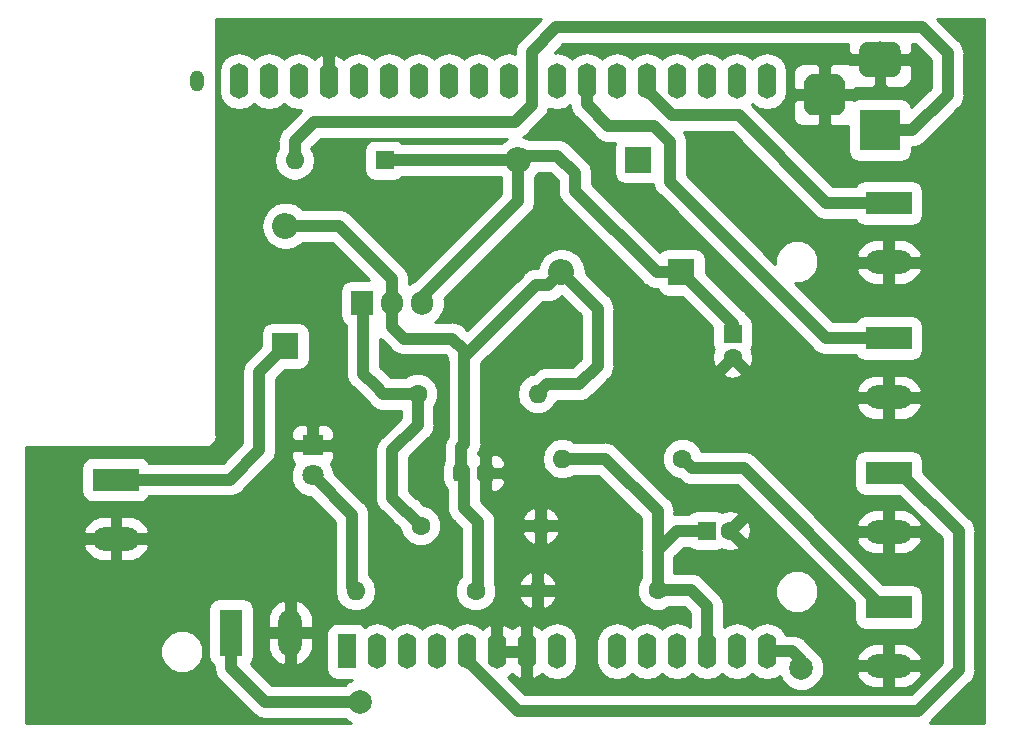
<source format=gbr>
G04 #@! TF.GenerationSoftware,KiCad,Pcbnew,5.0.2-bee76a0~70~ubuntu16.04.1*
G04 #@! TF.CreationDate,2019-09-09T00:06:54-05:00*
G04 #@! TF.ProjectId,sensor_machine,73656e73-6f72-45f6-9d61-6368696e652e,V1*
G04 #@! TF.SameCoordinates,Original*
G04 #@! TF.FileFunction,Copper,L2,Bot*
G04 #@! TF.FilePolarity,Positive*
%FSLAX46Y46*%
G04 Gerber Fmt 4.6, Leading zero omitted, Abs format (unit mm)*
G04 Created by KiCad (PCBNEW 5.0.2-bee76a0~70~ubuntu16.04.1) date lun 09 sep 2019 00:06:54 -05*
%MOMM*%
%LPD*%
G01*
G04 APERTURE LIST*
G04 #@! TA.AperFunction,WasherPad*
%ADD10O,1.200000X1.780000*%
G04 #@! TD*
G04 #@! TA.AperFunction,ComponentPad*
%ADD11O,1.600000X3.000000*%
G04 #@! TD*
G04 #@! TA.AperFunction,ComponentPad*
%ADD12R,1.600000X3.000000*%
G04 #@! TD*
G04 #@! TA.AperFunction,ComponentPad*
%ADD13R,3.960000X1.980000*%
G04 #@! TD*
G04 #@! TA.AperFunction,ComponentPad*
%ADD14O,3.960000X1.980000*%
G04 #@! TD*
G04 #@! TA.AperFunction,ComponentPad*
%ADD15R,1.600000X1.600000*%
G04 #@! TD*
G04 #@! TA.AperFunction,ComponentPad*
%ADD16C,1.600000*%
G04 #@! TD*
G04 #@! TA.AperFunction,ComponentPad*
%ADD17R,2.200000X2.200000*%
G04 #@! TD*
G04 #@! TA.AperFunction,ComponentPad*
%ADD18O,2.200000X2.200000*%
G04 #@! TD*
G04 #@! TA.AperFunction,ComponentPad*
%ADD19R,1.800000X1.800000*%
G04 #@! TD*
G04 #@! TA.AperFunction,ComponentPad*
%ADD20C,1.800000*%
G04 #@! TD*
G04 #@! TA.AperFunction,ComponentPad*
%ADD21R,3.500000X3.500000*%
G04 #@! TD*
G04 #@! TA.AperFunction,Conductor*
%ADD22C,0.100000*%
G04 #@! TD*
G04 #@! TA.AperFunction,ComponentPad*
%ADD23C,3.000000*%
G04 #@! TD*
G04 #@! TA.AperFunction,ComponentPad*
%ADD24C,3.500000*%
G04 #@! TD*
G04 #@! TA.AperFunction,ComponentPad*
%ADD25O,1.600000X1.600000*%
G04 #@! TD*
G04 #@! TA.AperFunction,ComponentPad*
%ADD26R,1.905000X2.000000*%
G04 #@! TD*
G04 #@! TA.AperFunction,ComponentPad*
%ADD27O,1.905000X2.000000*%
G04 #@! TD*
G04 #@! TA.AperFunction,SMDPad,CuDef*
%ADD28C,1.400000*%
G04 #@! TD*
G04 #@! TA.AperFunction,ComponentPad*
%ADD29R,1.980000X3.960000*%
G04 #@! TD*
G04 #@! TA.AperFunction,ComponentPad*
%ADD30O,1.980000X3.960000*%
G04 #@! TD*
G04 #@! TA.AperFunction,ComponentPad*
%ADD31C,1.998980*%
G04 #@! TD*
G04 #@! TA.AperFunction,Conductor*
%ADD32C,1.000000*%
G04 #@! TD*
G04 #@! TA.AperFunction,Conductor*
%ADD33C,0.254000*%
G04 #@! TD*
G04 APERTURE END LIST*
D10*
G04 #@! TO.N,*
G04 #@! TO.C,U1*
X126415800Y-71234300D03*
D11*
G04 #@! TD*
G04 #@! TO.P,U1,16*
G04 #@! TO.N,Net-(U1-Pad16)*
X172135800Y-71234300D03*
G04 #@! TO.P,U1,15*
G04 #@! TO.N,Net-(U1-Pad15)*
X174675800Y-71234300D03*
G04 #@! TO.P,U1,30*
G04 #@! TO.N,Net-(U1-Pad30)*
X135055800Y-71234300D03*
G04 #@! TO.P,U1,14*
G04 #@! TO.N,Net-(J6-Pad1)*
X174675800Y-119494300D03*
G04 #@! TO.P,U1,29*
G04 #@! TO.N,GND*
X137595800Y-71234300D03*
G04 #@! TO.P,U1,13*
G04 #@! TO.N,Net-(U1-Pad13)*
X172135800Y-119494300D03*
G04 #@! TO.P,U1,28*
G04 #@! TO.N,Net-(U1-Pad28)*
X140135800Y-71234300D03*
G04 #@! TO.P,U1,12*
G04 #@! TO.N,/A3*
X169595800Y-119494300D03*
G04 #@! TO.P,U1,27*
G04 #@! TO.N,Net-(U1-Pad27)*
X142675800Y-71234300D03*
G04 #@! TO.P,U1,11*
G04 #@! TO.N,Net-(U1-Pad11)*
X167055800Y-119494300D03*
G04 #@! TO.P,U1,26*
G04 #@! TO.N,Net-(U1-Pad26)*
X145215800Y-71234300D03*
G04 #@! TO.P,U1,10*
G04 #@! TO.N,Net-(U1-Pad10)*
X164515800Y-119494300D03*
G04 #@! TO.P,U1,25*
G04 #@! TO.N,Net-(U1-Pad25)*
X147755800Y-71234300D03*
G04 #@! TO.P,U1,9*
G04 #@! TO.N,Net-(U1-Pad9)*
X161975800Y-119494300D03*
G04 #@! TO.P,U1,24*
G04 #@! TO.N,Net-(U1-Pad24)*
X150295800Y-71234300D03*
G04 #@! TO.P,U1,8*
G04 #@! TO.N,Net-(U1-Pad8)*
X156895800Y-119494300D03*
G04 #@! TO.P,U1,23*
G04 #@! TO.N,Net-(U1-Pad23)*
X152835800Y-71234300D03*
G04 #@! TO.P,U1,7*
G04 #@! TO.N,GND*
X154355800Y-119494300D03*
G04 #@! TO.P,U1,22*
G04 #@! TO.N,Net-(U1-Pad22)*
X156895800Y-71234300D03*
G04 #@! TO.P,U1,6*
G04 #@! TO.N,GND*
X151815800Y-119494300D03*
G04 #@! TO.P,U1,21*
G04 #@! TO.N,/D6*
X159435800Y-71234300D03*
G04 #@! TO.P,U1,5*
G04 #@! TO.N,/5v*
X149275800Y-119494300D03*
G04 #@! TO.P,U1,20*
G04 #@! TO.N,Net-(U1-Pad20)*
X161975800Y-71234300D03*
G04 #@! TO.P,U1,4*
G04 #@! TO.N,Net-(U1-Pad4)*
X146735800Y-119494300D03*
G04 #@! TO.P,U1,19*
G04 #@! TO.N,/D4*
X164515800Y-71234300D03*
G04 #@! TO.P,U1,3*
G04 #@! TO.N,Net-(U1-Pad3)*
X144195800Y-119494300D03*
G04 #@! TO.P,U1,18*
G04 #@! TO.N,Net-(U1-Pad18)*
X167055800Y-71234300D03*
G04 #@! TO.P,U1,2*
G04 #@! TO.N,Net-(U1-Pad2)*
X141655800Y-119494300D03*
G04 #@! TO.P,U1,17*
G04 #@! TO.N,Net-(U1-Pad17)*
X169595800Y-71234300D03*
D12*
G04 #@! TO.P,U1,1*
G04 #@! TO.N,Net-(U1-Pad1)*
X139115800Y-119494300D03*
D11*
G04 #@! TO.P,U1,31*
G04 #@! TO.N,Net-(U1-Pad31)*
X132515800Y-71234300D03*
G04 #@! TO.P,U1,32*
G04 #@! TO.N,Net-(U1-Pad32)*
X129975800Y-71234300D03*
G04 #@! TD*
D13*
G04 #@! TO.P,J5,1*
G04 #@! TO.N,Net-(D4-Pad1)*
X119570500Y-104940100D03*
D14*
G04 #@! TO.P,J5,2*
G04 #@! TO.N,GND*
X119570500Y-109940100D03*
G04 #@! TD*
D15*
G04 #@! TO.P,C1,1*
G04 #@! TO.N,/A3*
X169570400Y-109270800D03*
D16*
G04 #@! TO.P,C1,2*
G04 #@! TO.N,GND*
X171570400Y-109270800D03*
G04 #@! TD*
G04 #@! TO.P,C2,2*
G04 #@! TO.N,GND*
X171767500Y-94633800D03*
D15*
G04 #@! TO.P,C2,1*
G04 #@! TO.N,+12V*
X171767500Y-92633800D03*
G04 #@! TD*
D17*
G04 #@! TO.P,D1,1*
G04 #@! TO.N,+12V*
X167436800Y-87401400D03*
D18*
G04 #@! TO.P,D1,2*
G04 #@! TO.N,+7.5V*
X157276800Y-87401400D03*
G04 #@! TD*
D19*
G04 #@! TO.P,D2,1*
G04 #@! TO.N,GND*
X136207500Y-102044500D03*
D20*
G04 #@! TO.P,D2,2*
G04 #@! TO.N,Net-(D2-Pad2)*
X136207500Y-104584500D03*
G04 #@! TD*
D17*
G04 #@! TO.P,D3,1*
G04 #@! TO.N,Net-(D3-Pad1)*
X163766500Y-77901800D03*
D18*
G04 #@! TO.P,D3,2*
G04 #@! TO.N,+12V*
X153606500Y-77901800D03*
G04 #@! TD*
G04 #@! TO.P,D4,2*
G04 #@! TO.N,+7.5V*
X133908800Y-83464400D03*
D17*
G04 #@! TO.P,D4,1*
G04 #@! TO.N,Net-(D4-Pad1)*
X133908800Y-93624400D03*
G04 #@! TD*
D21*
G04 #@! TO.P,J1,1*
G04 #@! TO.N,Net-(J1-Pad1)*
X184251600Y-75361800D03*
D22*
G04 #@! TD*
G04 #@! TO.N,GND*
G04 #@! TO.C,J1*
G36*
X185325113Y-67865411D02*
X185397918Y-67876211D01*
X185469314Y-67894095D01*
X185538613Y-67918890D01*
X185605148Y-67950359D01*
X185668278Y-67988198D01*
X185727395Y-68032042D01*
X185781930Y-68081470D01*
X185831358Y-68136005D01*
X185875202Y-68195122D01*
X185913041Y-68258252D01*
X185944510Y-68324787D01*
X185969305Y-68394086D01*
X185987189Y-68465482D01*
X185997989Y-68538287D01*
X186001600Y-68611800D01*
X186001600Y-70111800D01*
X185997989Y-70185313D01*
X185987189Y-70258118D01*
X185969305Y-70329514D01*
X185944510Y-70398813D01*
X185913041Y-70465348D01*
X185875202Y-70528478D01*
X185831358Y-70587595D01*
X185781930Y-70642130D01*
X185727395Y-70691558D01*
X185668278Y-70735402D01*
X185605148Y-70773241D01*
X185538613Y-70804710D01*
X185469314Y-70829505D01*
X185397918Y-70847389D01*
X185325113Y-70858189D01*
X185251600Y-70861800D01*
X183251600Y-70861800D01*
X183178087Y-70858189D01*
X183105282Y-70847389D01*
X183033886Y-70829505D01*
X182964587Y-70804710D01*
X182898052Y-70773241D01*
X182834922Y-70735402D01*
X182775805Y-70691558D01*
X182721270Y-70642130D01*
X182671842Y-70587595D01*
X182627998Y-70528478D01*
X182590159Y-70465348D01*
X182558690Y-70398813D01*
X182533895Y-70329514D01*
X182516011Y-70258118D01*
X182505211Y-70185313D01*
X182501600Y-70111800D01*
X182501600Y-68611800D01*
X182505211Y-68538287D01*
X182516011Y-68465482D01*
X182533895Y-68394086D01*
X182558690Y-68324787D01*
X182590159Y-68258252D01*
X182627998Y-68195122D01*
X182671842Y-68136005D01*
X182721270Y-68081470D01*
X182775805Y-68032042D01*
X182834922Y-67988198D01*
X182898052Y-67950359D01*
X182964587Y-67918890D01*
X183033886Y-67894095D01*
X183105282Y-67876211D01*
X183178087Y-67865411D01*
X183251600Y-67861800D01*
X185251600Y-67861800D01*
X185325113Y-67865411D01*
X185325113Y-67865411D01*
G37*
D23*
G04 #@! TO.P,J1,2*
G04 #@! TO.N,GND*
X184251600Y-69361800D03*
D22*
G04 #@! TD*
G04 #@! TO.N,GND*
G04 #@! TO.C,J1*
G36*
X180512365Y-70616013D02*
X180597304Y-70628613D01*
X180680599Y-70649477D01*
X180761448Y-70678405D01*
X180839072Y-70715119D01*
X180912724Y-70759264D01*
X180981694Y-70810416D01*
X181045318Y-70868082D01*
X181102984Y-70931706D01*
X181154136Y-71000676D01*
X181198281Y-71074328D01*
X181234995Y-71151952D01*
X181263923Y-71232801D01*
X181284787Y-71316096D01*
X181297387Y-71401035D01*
X181301600Y-71486800D01*
X181301600Y-73236800D01*
X181297387Y-73322565D01*
X181284787Y-73407504D01*
X181263923Y-73490799D01*
X181234995Y-73571648D01*
X181198281Y-73649272D01*
X181154136Y-73722924D01*
X181102984Y-73791894D01*
X181045318Y-73855518D01*
X180981694Y-73913184D01*
X180912724Y-73964336D01*
X180839072Y-74008481D01*
X180761448Y-74045195D01*
X180680599Y-74074123D01*
X180597304Y-74094987D01*
X180512365Y-74107587D01*
X180426600Y-74111800D01*
X178676600Y-74111800D01*
X178590835Y-74107587D01*
X178505896Y-74094987D01*
X178422601Y-74074123D01*
X178341752Y-74045195D01*
X178264128Y-74008481D01*
X178190476Y-73964336D01*
X178121506Y-73913184D01*
X178057882Y-73855518D01*
X178000216Y-73791894D01*
X177949064Y-73722924D01*
X177904919Y-73649272D01*
X177868205Y-73571648D01*
X177839277Y-73490799D01*
X177818413Y-73407504D01*
X177805813Y-73322565D01*
X177801600Y-73236800D01*
X177801600Y-71486800D01*
X177805813Y-71401035D01*
X177818413Y-71316096D01*
X177839277Y-71232801D01*
X177868205Y-71151952D01*
X177904919Y-71074328D01*
X177949064Y-71000676D01*
X178000216Y-70931706D01*
X178057882Y-70868082D01*
X178121506Y-70810416D01*
X178190476Y-70759264D01*
X178264128Y-70715119D01*
X178341752Y-70678405D01*
X178422601Y-70649477D01*
X178505896Y-70628613D01*
X178590835Y-70616013D01*
X178676600Y-70611800D01*
X180426600Y-70611800D01*
X180512365Y-70616013D01*
X180512365Y-70616013D01*
G37*
D24*
G04 #@! TO.P,J1,3*
G04 #@! TO.N,GND*
X179551600Y-72361800D03*
G04 #@! TD*
D15*
G04 #@! TO.P,J2,1*
G04 #@! TO.N,+12V*
X142303500Y-77901800D03*
D25*
G04 #@! TO.P,J2,2*
G04 #@! TO.N,Net-(J1-Pad1)*
X134683500Y-77901800D03*
G04 #@! TD*
D13*
G04 #@! TO.P,J3,1*
G04 #@! TO.N,/5v*
X184988200Y-104368600D03*
D14*
G04 #@! TO.P,J3,2*
G04 #@! TO.N,GND*
X184988200Y-109368600D03*
G04 #@! TD*
G04 #@! TO.P,J4,2*
G04 #@! TO.N,GND*
X184988200Y-120709700D03*
D13*
G04 #@! TO.P,J4,1*
G04 #@! TO.N,Net-(J4-Pad1)*
X184988200Y-115709700D03*
G04 #@! TD*
D16*
G04 #@! TO.P,R1,1*
G04 #@! TO.N,Net-(R1-Pad1)*
X145097500Y-97675700D03*
D25*
G04 #@! TO.P,R1,2*
G04 #@! TO.N,+7.5V*
X155257500Y-97675700D03*
G04 #@! TD*
G04 #@! TO.P,R2,2*
G04 #@! TO.N,GND*
X155524200Y-108851700D03*
D16*
G04 #@! TO.P,R2,1*
G04 #@! TO.N,Net-(R1-Pad1)*
X145364200Y-108851700D03*
G04 #@! TD*
G04 #@! TO.P,R3,1*
G04 #@! TO.N,Net-(J4-Pad1)*
X167525700Y-103174800D03*
D25*
G04 #@! TO.P,R3,2*
G04 #@! TO.N,/A3*
X157365700Y-103174800D03*
G04 #@! TD*
D16*
G04 #@! TO.P,R4,1*
G04 #@! TO.N,+7.5V*
X150025100Y-114376200D03*
D25*
G04 #@! TO.P,R4,2*
G04 #@! TO.N,Net-(D2-Pad2)*
X139865100Y-114376200D03*
G04 #@! TD*
G04 #@! TO.P,R5,2*
G04 #@! TO.N,GND*
X155257500Y-114312700D03*
D16*
G04 #@! TO.P,R5,1*
G04 #@! TO.N,/A3*
X165417500Y-114312700D03*
G04 #@! TD*
D26*
G04 #@! TO.P,U2,1*
G04 #@! TO.N,Net-(R1-Pad1)*
X140423900Y-89992200D03*
D27*
G04 #@! TO.P,U2,2*
G04 #@! TO.N,+7.5V*
X142963900Y-89992200D03*
G04 #@! TO.P,U2,3*
G04 #@! TO.N,+12V*
X145503900Y-89992200D03*
G04 #@! TD*
D22*
G04 #@! TO.N,+7.5V*
G04 #@! TO.C,C4*
G36*
X149235578Y-103682763D02*
X149265068Y-103687137D01*
X149293988Y-103694382D01*
X149322059Y-103704425D01*
X149349010Y-103717172D01*
X149374582Y-103732500D01*
X149398529Y-103750259D01*
X149420619Y-103770281D01*
X149440641Y-103792371D01*
X149458400Y-103816318D01*
X149473728Y-103841890D01*
X149486475Y-103868841D01*
X149496518Y-103896912D01*
X149503763Y-103925832D01*
X149508137Y-103955322D01*
X149509600Y-103985100D01*
X149509600Y-104777500D01*
X149508137Y-104807278D01*
X149503763Y-104836768D01*
X149496518Y-104865688D01*
X149486475Y-104893759D01*
X149473728Y-104920710D01*
X149458400Y-104946282D01*
X149440641Y-104970229D01*
X149420619Y-104992319D01*
X149398529Y-105012341D01*
X149374582Y-105030100D01*
X149349010Y-105045428D01*
X149322059Y-105058175D01*
X149293988Y-105068218D01*
X149265068Y-105075463D01*
X149235578Y-105079837D01*
X149205800Y-105081300D01*
X148413400Y-105081300D01*
X148383622Y-105079837D01*
X148354132Y-105075463D01*
X148325212Y-105068218D01*
X148297141Y-105058175D01*
X148270190Y-105045428D01*
X148244618Y-105030100D01*
X148220671Y-105012341D01*
X148198581Y-104992319D01*
X148178559Y-104970229D01*
X148160800Y-104946282D01*
X148145472Y-104920710D01*
X148132725Y-104893759D01*
X148122682Y-104865688D01*
X148115437Y-104836768D01*
X148111063Y-104807278D01*
X148109600Y-104777500D01*
X148109600Y-103985100D01*
X148111063Y-103955322D01*
X148115437Y-103925832D01*
X148122682Y-103896912D01*
X148132725Y-103868841D01*
X148145472Y-103841890D01*
X148160800Y-103816318D01*
X148178559Y-103792371D01*
X148198581Y-103770281D01*
X148220671Y-103750259D01*
X148244618Y-103732500D01*
X148270190Y-103717172D01*
X148297141Y-103704425D01*
X148325212Y-103694382D01*
X148354132Y-103687137D01*
X148383622Y-103682763D01*
X148413400Y-103681300D01*
X149205800Y-103681300D01*
X149235578Y-103682763D01*
X149235578Y-103682763D01*
G37*
D28*
G04 #@! TD*
G04 #@! TO.P,C4,1*
G04 #@! TO.N,+7.5V*
X148809600Y-104381300D03*
D22*
G04 #@! TO.N,GND*
G04 #@! TO.C,C4*
G36*
X151285578Y-103682763D02*
X151315068Y-103687137D01*
X151343988Y-103694382D01*
X151372059Y-103704425D01*
X151399010Y-103717172D01*
X151424582Y-103732500D01*
X151448529Y-103750259D01*
X151470619Y-103770281D01*
X151490641Y-103792371D01*
X151508400Y-103816318D01*
X151523728Y-103841890D01*
X151536475Y-103868841D01*
X151546518Y-103896912D01*
X151553763Y-103925832D01*
X151558137Y-103955322D01*
X151559600Y-103985100D01*
X151559600Y-104777500D01*
X151558137Y-104807278D01*
X151553763Y-104836768D01*
X151546518Y-104865688D01*
X151536475Y-104893759D01*
X151523728Y-104920710D01*
X151508400Y-104946282D01*
X151490641Y-104970229D01*
X151470619Y-104992319D01*
X151448529Y-105012341D01*
X151424582Y-105030100D01*
X151399010Y-105045428D01*
X151372059Y-105058175D01*
X151343988Y-105068218D01*
X151315068Y-105075463D01*
X151285578Y-105079837D01*
X151255800Y-105081300D01*
X150463400Y-105081300D01*
X150433622Y-105079837D01*
X150404132Y-105075463D01*
X150375212Y-105068218D01*
X150347141Y-105058175D01*
X150320190Y-105045428D01*
X150294618Y-105030100D01*
X150270671Y-105012341D01*
X150248581Y-104992319D01*
X150228559Y-104970229D01*
X150210800Y-104946282D01*
X150195472Y-104920710D01*
X150182725Y-104893759D01*
X150172682Y-104865688D01*
X150165437Y-104836768D01*
X150161063Y-104807278D01*
X150159600Y-104777500D01*
X150159600Y-103985100D01*
X150161063Y-103955322D01*
X150165437Y-103925832D01*
X150172682Y-103896912D01*
X150182725Y-103868841D01*
X150195472Y-103841890D01*
X150210800Y-103816318D01*
X150228559Y-103792371D01*
X150248581Y-103770281D01*
X150270671Y-103750259D01*
X150294618Y-103732500D01*
X150320190Y-103717172D01*
X150347141Y-103704425D01*
X150375212Y-103694382D01*
X150404132Y-103687137D01*
X150433622Y-103682763D01*
X150463400Y-103681300D01*
X151255800Y-103681300D01*
X151285578Y-103682763D01*
X151285578Y-103682763D01*
G37*
D28*
G04 #@! TD*
G04 #@! TO.P,C4,2*
G04 #@! TO.N,GND*
X150859600Y-104381300D03*
D29*
G04 #@! TO.P,J7,1*
G04 #@! TO.N,Net-(J7-Pad1)*
X129324100Y-117894100D03*
D30*
G04 #@! TO.P,J7,2*
G04 #@! TO.N,GND*
X134324100Y-117894100D03*
G04 #@! TD*
D14*
G04 #@! TO.P,J8,2*
G04 #@! TO.N,GND*
X184988200Y-97989400D03*
D13*
G04 #@! TO.P,J8,1*
G04 #@! TO.N,/D6*
X184988200Y-92989400D03*
G04 #@! TD*
G04 #@! TO.P,J11,1*
G04 #@! TO.N,/D4*
X184988200Y-81534000D03*
D14*
G04 #@! TO.P,J11,2*
G04 #@! TO.N,GND*
X184988200Y-86534000D03*
G04 #@! TD*
D31*
G04 #@! TO.P,,1*
G04 #@! TO.N,Net-(J6-Pad1)*
X177584100Y-120904000D03*
G04 #@! TD*
G04 #@! TO.P,J9,1*
G04 #@! TO.N,Net-(J7-Pad1)*
X140220700Y-123748800D03*
G04 #@! TD*
D32*
G04 #@! TO.N,+12V*
X142303500Y-77901800D02*
X153606500Y-77901800D01*
X153606500Y-81356200D02*
X153606500Y-77901800D01*
X145503900Y-89458800D02*
X153606500Y-81356200D01*
X145503900Y-89992200D02*
X145503900Y-89458800D01*
X171767500Y-91732100D02*
X167436800Y-87401400D01*
X171767500Y-92633800D02*
X171767500Y-91732100D01*
X156946600Y-77520800D02*
X158427599Y-79001799D01*
X153987500Y-77520800D02*
X156946600Y-77520800D01*
X153606500Y-77901800D02*
X153987500Y-77520800D01*
X165336800Y-87401400D02*
X167436800Y-87401400D01*
X158427599Y-80492199D02*
X165336800Y-87401400D01*
X158427599Y-79001799D02*
X158427599Y-80492199D01*
G04 #@! TO.N,Net-(D2-Pad2)*
X139534900Y-114046000D02*
X139534900Y-107911900D01*
X139534900Y-107911900D02*
X136207500Y-104584500D01*
X139865100Y-114376200D02*
X139534900Y-114046000D01*
G04 #@! TO.N,Net-(D4-Pad1)*
X131686300Y-95846900D02*
X133908800Y-93624400D01*
X131686300Y-102450900D02*
X131686300Y-95846900D01*
X129197100Y-104940100D02*
X131686300Y-102450900D01*
X119570500Y-104940100D02*
X129197100Y-104940100D01*
G04 #@! TO.N,Net-(J1-Pad1)*
X189979300Y-68859400D02*
X187782200Y-66662300D01*
X187782200Y-66662300D02*
X156857700Y-66662300D01*
X189979300Y-72384100D02*
X189979300Y-68859400D01*
X187001600Y-75361800D02*
X189979300Y-72384100D01*
X184251600Y-75361800D02*
X187001600Y-75361800D01*
X156857700Y-66662300D02*
X154800300Y-68719700D01*
X134683500Y-76288900D02*
X134683500Y-77901800D01*
X136321800Y-74650600D02*
X134683500Y-76288900D01*
X154800300Y-68719700D02*
X154800300Y-73240900D01*
X154800300Y-73240900D02*
X153390600Y-74650600D01*
X153390600Y-74650600D02*
X136321800Y-74650600D01*
G04 #@! TO.N,Net-(R1-Pad1)*
X140512800Y-90081100D02*
X140423900Y-89992200D01*
X140512800Y-95973900D02*
X140512800Y-90081100D01*
X141541500Y-97002600D02*
X140512800Y-95973900D01*
X142214600Y-97675700D02*
X145097500Y-97675700D01*
X141541500Y-97002600D02*
X142214600Y-97675700D01*
X145097500Y-100342700D02*
X145097500Y-97675700D01*
X142963900Y-102476300D02*
X145097500Y-100342700D01*
X145364200Y-108851700D02*
X144170400Y-107657900D01*
X144145000Y-107657900D02*
X142963900Y-106476800D01*
X144170400Y-107657900D02*
X144145000Y-107657900D01*
X142963900Y-106476800D02*
X142963900Y-102476300D01*
G04 #@! TO.N,/A3*
X168249600Y-114312700D02*
X165417500Y-114312700D01*
X169595800Y-115658900D02*
X168249600Y-114312700D01*
X169595800Y-119494300D02*
X169595800Y-115658900D01*
X167093900Y-109270800D02*
X169570400Y-109270800D01*
X165417500Y-110947200D02*
X167093900Y-109270800D01*
X165417500Y-114312700D02*
X165417500Y-110947200D01*
X160985200Y-103174800D02*
X157365700Y-103174800D01*
X165417500Y-107607100D02*
X160985200Y-103174800D01*
X165417500Y-110947200D02*
X165417500Y-107607100D01*
G04 #@! TO.N,/D6*
X161239200Y-74980800D02*
X159435800Y-73177400D01*
X165087300Y-74980800D02*
X161239200Y-74980800D01*
X184988200Y-92989400D02*
X179717700Y-92989400D01*
X179717700Y-92989400D02*
X166497000Y-79768700D01*
X166497000Y-79768700D02*
X166497000Y-76390500D01*
X159435800Y-73177400D02*
X159435800Y-71234300D01*
X166497000Y-76390500D02*
X165087300Y-74980800D01*
G04 #@! TO.N,/D4*
X164515800Y-71934300D02*
X164515800Y-71234300D01*
X184988200Y-81534000D02*
X179717700Y-81534000D01*
X166686000Y-74104500D02*
X164515800Y-71934300D01*
X179717700Y-81534000D02*
X172288200Y-74104500D01*
X172288200Y-74104500D02*
X166686000Y-74104500D01*
G04 #@! TO.N,Net-(J4-Pad1)*
X184454800Y-115709700D02*
X184988200Y-115709700D01*
X172719899Y-103974799D02*
X184454800Y-115709700D01*
X168325699Y-103974799D02*
X172719899Y-103974799D01*
X167525700Y-103174800D02*
X168325699Y-103974799D01*
G04 #@! TO.N,/5v*
X185978200Y-104368600D02*
X184988200Y-104368600D01*
X190906400Y-121043700D02*
X190906400Y-109296800D01*
X149275800Y-119494300D02*
X149275800Y-120194300D01*
X149275800Y-120194300D02*
X153579600Y-124498100D01*
X153579600Y-124498100D02*
X187452000Y-124498100D01*
X190906400Y-109296800D02*
X185978200Y-104368600D01*
X187452000Y-124498100D02*
X190906400Y-121043700D01*
G04 #@! TO.N,+7.5V*
X150228300Y-114173000D02*
X150025100Y-114376200D01*
X148809600Y-104381300D02*
X149059900Y-104631600D01*
X149059900Y-104631600D02*
X149059900Y-107353100D01*
X150228300Y-108521500D02*
X150228300Y-114173000D01*
X149059900Y-107353100D02*
X150228300Y-108521500D01*
X148809600Y-104381300D02*
X148809600Y-102167800D01*
X148809600Y-102167800D02*
X149072600Y-101904800D01*
X149072600Y-101904800D02*
X149072600Y-94627700D01*
X149021800Y-94576900D02*
X149072600Y-94627700D01*
X142963900Y-89992200D02*
X142963900Y-91992200D01*
X142963900Y-91992200D02*
X143973800Y-93002100D01*
X143973800Y-93002100D02*
X148031200Y-93002100D01*
X149021800Y-93992700D02*
X149021800Y-94576900D01*
X148031200Y-93002100D02*
X149021800Y-93992700D01*
X155097301Y-88501399D02*
X149021800Y-94576900D01*
X156176801Y-88501399D02*
X155097301Y-88501399D01*
X157276800Y-87401400D02*
X156176801Y-88501399D01*
X160337500Y-90462100D02*
X157276800Y-87401400D01*
X156057499Y-96875701D02*
X158787999Y-96875701D01*
X155257500Y-97675700D02*
X156057499Y-96875701D01*
X158787999Y-96875701D02*
X160337500Y-95326200D01*
X160337500Y-95326200D02*
X160337500Y-90462100D01*
X138436100Y-83464400D02*
X133908800Y-83464400D01*
X142963900Y-87992200D02*
X138436100Y-83464400D01*
X142963900Y-89992200D02*
X142963900Y-87992200D01*
G04 #@! TO.N,Net-(J6-Pad1)*
X176834800Y-119494300D02*
X174675800Y-119494300D01*
X177584100Y-120243600D02*
X176834800Y-119494300D01*
X177584100Y-120904000D02*
X177584100Y-120243600D01*
G04 #@! TO.N,Net-(J7-Pad1)*
X129324100Y-120874100D02*
X132224200Y-123774200D01*
X129324100Y-117894100D02*
X129324100Y-120874100D01*
X132249600Y-123748800D02*
X132224200Y-123774200D01*
X140220700Y-123748800D02*
X132249600Y-123748800D01*
G04 #@! TD*
D33*
G04 #@! TO.N,GND*
G36*
X153890640Y-67611279D02*
X153771491Y-67690892D01*
X153456096Y-68162913D01*
X153373300Y-68579157D01*
X153373300Y-68579160D01*
X153345345Y-68719700D01*
X153373300Y-68860241D01*
X153373300Y-68880382D01*
X152835800Y-68773467D01*
X152161959Y-68907502D01*
X151590704Y-69289203D01*
X151565801Y-69326474D01*
X151540897Y-69289203D01*
X150969642Y-68907502D01*
X150295800Y-68773467D01*
X149621959Y-68907502D01*
X149050704Y-69289203D01*
X149025801Y-69326474D01*
X149000897Y-69289203D01*
X148429642Y-68907502D01*
X147755800Y-68773467D01*
X147081959Y-68907502D01*
X146510704Y-69289203D01*
X146485801Y-69326474D01*
X146460897Y-69289203D01*
X145889642Y-68907502D01*
X145215800Y-68773467D01*
X144541959Y-68907502D01*
X143970704Y-69289203D01*
X143945801Y-69326474D01*
X143920897Y-69289203D01*
X143349642Y-68907502D01*
X142675800Y-68773467D01*
X142001959Y-68907502D01*
X141430704Y-69289203D01*
X141405801Y-69326474D01*
X141380897Y-69289203D01*
X140809642Y-68907502D01*
X140135800Y-68773467D01*
X139461959Y-68907502D01*
X138890704Y-69289203D01*
X138886373Y-69295685D01*
X138227993Y-68927172D01*
X137968800Y-69086321D01*
X137968800Y-70861300D01*
X137988800Y-70861300D01*
X137988800Y-71607300D01*
X137968800Y-71607300D01*
X137968800Y-71627300D01*
X137222800Y-71627300D01*
X137222800Y-71607300D01*
X137202800Y-71607300D01*
X137202800Y-70861300D01*
X137222800Y-70861300D01*
X137222800Y-69086321D01*
X136963607Y-68927172D01*
X136305228Y-69295685D01*
X136300897Y-69289203D01*
X135729642Y-68907502D01*
X135055800Y-68773467D01*
X134381959Y-68907502D01*
X133810704Y-69289203D01*
X133785801Y-69326474D01*
X133760897Y-69289203D01*
X133189642Y-68907502D01*
X132515800Y-68773467D01*
X131841959Y-68907502D01*
X131270704Y-69289203D01*
X131245801Y-69326474D01*
X131220897Y-69289203D01*
X130649642Y-68907502D01*
X129975800Y-68773467D01*
X129301959Y-68907502D01*
X128730704Y-69289203D01*
X128349003Y-69860458D01*
X128248800Y-70364209D01*
X128248800Y-72104390D01*
X128349002Y-72608141D01*
X128730703Y-73179397D01*
X129301958Y-73561098D01*
X129975800Y-73695133D01*
X130649641Y-73561098D01*
X131220897Y-73179397D01*
X131245800Y-73142127D01*
X131270703Y-73179397D01*
X131841958Y-73561098D01*
X132515800Y-73695133D01*
X133189641Y-73561098D01*
X133760897Y-73179397D01*
X133785800Y-73142127D01*
X133810703Y-73179397D01*
X134381958Y-73561098D01*
X135055800Y-73695133D01*
X135272831Y-73651963D01*
X135213379Y-73740939D01*
X133773840Y-75180479D01*
X133654691Y-75260092D01*
X133339296Y-75732113D01*
X133256500Y-76148357D01*
X133256500Y-76148360D01*
X133228545Y-76288900D01*
X133256500Y-76429440D01*
X133256500Y-76928940D01*
X133056702Y-77227958D01*
X132922667Y-77901800D01*
X133056702Y-78575642D01*
X133438403Y-79146897D01*
X134009658Y-79528598D01*
X134513409Y-79628800D01*
X134853591Y-79628800D01*
X135357342Y-79528598D01*
X135928597Y-79146897D01*
X136310298Y-78575642D01*
X136444333Y-77901800D01*
X136310298Y-77227958D01*
X136110500Y-76928940D01*
X136110500Y-76879981D01*
X136912882Y-76077600D01*
X152688105Y-76077600D01*
X152145115Y-76440415D01*
X152122140Y-76474800D01*
X143799446Y-76474800D01*
X143771830Y-76433470D01*
X143465197Y-76228585D01*
X143103500Y-76156639D01*
X141503500Y-76156639D01*
X141141803Y-76228585D01*
X140835170Y-76433470D01*
X140630285Y-76740103D01*
X140558339Y-77101800D01*
X140558339Y-78701800D01*
X140630285Y-79063497D01*
X140835170Y-79370130D01*
X141141803Y-79575015D01*
X141503500Y-79646961D01*
X143103500Y-79646961D01*
X143465197Y-79575015D01*
X143771830Y-79370130D01*
X143799446Y-79328800D01*
X152122140Y-79328800D01*
X152145115Y-79363185D01*
X152179501Y-79386161D01*
X152179500Y-80765117D01*
X144769992Y-88174627D01*
X144390900Y-88427928D01*
X144390900Y-88132740D01*
X144418855Y-87992199D01*
X144390900Y-87851659D01*
X144390900Y-87851656D01*
X144308104Y-87435412D01*
X143992709Y-86963391D01*
X143873560Y-86883778D01*
X139544524Y-82554743D01*
X139464909Y-82435591D01*
X138992888Y-82120196D01*
X138576644Y-82037400D01*
X138576640Y-82037400D01*
X138436100Y-82009445D01*
X138295560Y-82037400D01*
X135393160Y-82037400D01*
X135370185Y-82003015D01*
X134699696Y-81555008D01*
X134108441Y-81437400D01*
X133709159Y-81437400D01*
X133117904Y-81555008D01*
X132447415Y-82003015D01*
X131999408Y-82673504D01*
X131842089Y-83464400D01*
X131999408Y-84255296D01*
X132447415Y-84925785D01*
X133117904Y-85373792D01*
X133709159Y-85491400D01*
X134108441Y-85491400D01*
X134699696Y-85373792D01*
X135370185Y-84925785D01*
X135393160Y-84891400D01*
X137845019Y-84891400D01*
X141000657Y-88047039D01*
X139471400Y-88047039D01*
X139109703Y-88118985D01*
X138803070Y-88323870D01*
X138598185Y-88630503D01*
X138526239Y-88992200D01*
X138526239Y-90992200D01*
X138598185Y-91353897D01*
X138803070Y-91660530D01*
X139085801Y-91849444D01*
X139085800Y-95833359D01*
X139057845Y-95973900D01*
X139085800Y-96114440D01*
X139085800Y-96114443D01*
X139168596Y-96530687D01*
X139483991Y-97002708D01*
X139603140Y-97082321D01*
X140631837Y-98111020D01*
X140631843Y-98111024D01*
X141106176Y-98585357D01*
X141185791Y-98704509D01*
X141657812Y-99019904D01*
X142074056Y-99102700D01*
X142074059Y-99102700D01*
X142214599Y-99130655D01*
X142355140Y-99102700D01*
X143670500Y-99102700D01*
X143670500Y-99751618D01*
X142054241Y-101367878D01*
X141935092Y-101447491D01*
X141741083Y-101737846D01*
X141619696Y-101919513D01*
X141508945Y-102476300D01*
X141536901Y-102616845D01*
X141536900Y-106336259D01*
X141508945Y-106476800D01*
X141536900Y-106617340D01*
X141536900Y-106617343D01*
X141619696Y-107033587D01*
X141935091Y-107505608D01*
X142054240Y-107585221D01*
X143036579Y-108567562D01*
X143116191Y-108686709D01*
X143235337Y-108766320D01*
X143235338Y-108766321D01*
X143297799Y-108808056D01*
X143311890Y-108817471D01*
X143637200Y-109142781D01*
X143637200Y-109195222D01*
X143900120Y-109829967D01*
X144385933Y-110315780D01*
X145020678Y-110578700D01*
X145707722Y-110578700D01*
X146342467Y-110315780D01*
X146828280Y-109829967D01*
X147091200Y-109195222D01*
X147091200Y-108508178D01*
X146828280Y-107873433D01*
X146342467Y-107387620D01*
X145707722Y-107124700D01*
X145655281Y-107124700D01*
X145278824Y-106748243D01*
X145199209Y-106629091D01*
X145003514Y-106498332D01*
X144390900Y-105885718D01*
X144390900Y-103067381D01*
X146007162Y-101451120D01*
X146126308Y-101371509D01*
X146275535Y-101148177D01*
X146441704Y-100899488D01*
X146478830Y-100712844D01*
X146524500Y-100483244D01*
X146524500Y-100483241D01*
X146552455Y-100342701D01*
X146524500Y-100202160D01*
X146524500Y-98691047D01*
X146561580Y-98653967D01*
X146824500Y-98019222D01*
X146824500Y-97332178D01*
X146561580Y-96697433D01*
X146075767Y-96211620D01*
X145441022Y-95948700D01*
X144753978Y-95948700D01*
X144119233Y-96211620D01*
X144082153Y-96248700D01*
X142805681Y-96248700D01*
X142649924Y-96092943D01*
X142649920Y-96092937D01*
X141939800Y-95382818D01*
X141939800Y-93024155D01*
X142054240Y-93100622D01*
X142865378Y-93911760D01*
X142944991Y-94030909D01*
X143417012Y-94346304D01*
X143833256Y-94429100D01*
X143833259Y-94429100D01*
X143973799Y-94457055D01*
X144114339Y-94429100D01*
X147440118Y-94429100D01*
X147570341Y-94559323D01*
X147566845Y-94576900D01*
X147594800Y-94717440D01*
X147594800Y-94717444D01*
X147645601Y-94972838D01*
X147645600Y-101341320D01*
X147465396Y-101611013D01*
X147354645Y-102167800D01*
X147382601Y-102308345D01*
X147382600Y-103322925D01*
X147259510Y-103507143D01*
X147164439Y-103985100D01*
X147164439Y-104777500D01*
X147259510Y-105255457D01*
X147530251Y-105660649D01*
X147632900Y-105729237D01*
X147632901Y-107212555D01*
X147604945Y-107353100D01*
X147715696Y-107909887D01*
X147748169Y-107958486D01*
X148031092Y-108381909D01*
X148150241Y-108461522D01*
X148801300Y-109112582D01*
X148801301Y-113157652D01*
X148561020Y-113397933D01*
X148298100Y-114032678D01*
X148298100Y-114719722D01*
X148561020Y-115354467D01*
X149046833Y-115840280D01*
X149681578Y-116103200D01*
X150368622Y-116103200D01*
X151003367Y-115840280D01*
X151489180Y-115354467D01*
X151658831Y-114944893D01*
X153650372Y-114944893D01*
X153674041Y-115002098D01*
X154058396Y-115555584D01*
X154625303Y-115919852D01*
X154884500Y-115767213D01*
X154884500Y-114685700D01*
X155630500Y-114685700D01*
X155630500Y-115767213D01*
X155889697Y-115919852D01*
X156456604Y-115555584D01*
X156840959Y-115002098D01*
X156864628Y-114944893D01*
X156705479Y-114685700D01*
X155630500Y-114685700D01*
X154884500Y-114685700D01*
X153809521Y-114685700D01*
X153650372Y-114944893D01*
X151658831Y-114944893D01*
X151752100Y-114719722D01*
X151752100Y-114032678D01*
X151655300Y-113798982D01*
X151655300Y-113680507D01*
X153650372Y-113680507D01*
X153809521Y-113939700D01*
X154884500Y-113939700D01*
X154884500Y-112858187D01*
X155630500Y-112858187D01*
X155630500Y-113939700D01*
X156705479Y-113939700D01*
X156864628Y-113680507D01*
X156840959Y-113623302D01*
X156456604Y-113069816D01*
X155889697Y-112705548D01*
X155630500Y-112858187D01*
X154884500Y-112858187D01*
X154625303Y-112705548D01*
X154058396Y-113069816D01*
X153674041Y-113623302D01*
X153650372Y-113680507D01*
X151655300Y-113680507D01*
X151655300Y-109483893D01*
X153917072Y-109483893D01*
X153940741Y-109541098D01*
X154325096Y-110094584D01*
X154892003Y-110458852D01*
X155151200Y-110306213D01*
X155151200Y-109224700D01*
X155897200Y-109224700D01*
X155897200Y-110306213D01*
X156156397Y-110458852D01*
X156723304Y-110094584D01*
X157107659Y-109541098D01*
X157131328Y-109483893D01*
X156972179Y-109224700D01*
X155897200Y-109224700D01*
X155151200Y-109224700D01*
X154076221Y-109224700D01*
X153917072Y-109483893D01*
X151655300Y-109483893D01*
X151655300Y-108662040D01*
X151683255Y-108521499D01*
X151655300Y-108380957D01*
X151655300Y-108380956D01*
X151623186Y-108219507D01*
X153917072Y-108219507D01*
X154076221Y-108478700D01*
X155151200Y-108478700D01*
X155151200Y-107397187D01*
X155897200Y-107397187D01*
X155897200Y-108478700D01*
X156972179Y-108478700D01*
X157131328Y-108219507D01*
X157107659Y-108162302D01*
X156723304Y-107608816D01*
X156156397Y-107244548D01*
X155897200Y-107397187D01*
X155151200Y-107397187D01*
X154892003Y-107244548D01*
X154325096Y-107608816D01*
X153940741Y-108162302D01*
X153917072Y-108219507D01*
X151623186Y-108219507D01*
X151572504Y-107964712D01*
X151257108Y-107492691D01*
X151137962Y-107413080D01*
X150486900Y-106762019D01*
X150486900Y-105799250D01*
X150509600Y-105776550D01*
X150509600Y-104731300D01*
X151209600Y-104731300D01*
X151209600Y-105776550D01*
X151441350Y-106008300D01*
X151743992Y-106008300D01*
X152084704Y-105867173D01*
X152345473Y-105606403D01*
X152486600Y-105265692D01*
X152486600Y-104963050D01*
X152254850Y-104731300D01*
X151209600Y-104731300D01*
X150509600Y-104731300D01*
X150495024Y-104731300D01*
X150514855Y-104631600D01*
X150486900Y-104491060D01*
X150486900Y-104491056D01*
X150466600Y-104389001D01*
X150466600Y-104031300D01*
X150509600Y-104031300D01*
X150509600Y-102986050D01*
X151209600Y-102986050D01*
X151209600Y-104031300D01*
X152254850Y-104031300D01*
X152486600Y-103799550D01*
X152486600Y-103496908D01*
X152353179Y-103174800D01*
X155604867Y-103174800D01*
X155738902Y-103848642D01*
X156120603Y-104419897D01*
X156691858Y-104801598D01*
X157195609Y-104901800D01*
X157535791Y-104901800D01*
X158039542Y-104801598D01*
X158338560Y-104601800D01*
X160394119Y-104601800D01*
X163990501Y-108198184D01*
X163990500Y-110806659D01*
X163962545Y-110947200D01*
X163990500Y-111087740D01*
X163990500Y-111087743D01*
X163990501Y-111087748D01*
X163990500Y-113297353D01*
X163953420Y-113334433D01*
X163690500Y-113969178D01*
X163690500Y-114656222D01*
X163953420Y-115290967D01*
X164439233Y-115776780D01*
X165073978Y-116039700D01*
X165761022Y-116039700D01*
X166395767Y-115776780D01*
X166432847Y-115739700D01*
X167658519Y-115739700D01*
X168168801Y-116249982D01*
X168168801Y-117460939D01*
X167729642Y-117167502D01*
X167055800Y-117033467D01*
X166381959Y-117167502D01*
X165810704Y-117549203D01*
X165785801Y-117586474D01*
X165760897Y-117549203D01*
X165189642Y-117167502D01*
X164515800Y-117033467D01*
X163841959Y-117167502D01*
X163270704Y-117549203D01*
X163245801Y-117586474D01*
X163220897Y-117549203D01*
X162649642Y-117167502D01*
X161975800Y-117033467D01*
X161301959Y-117167502D01*
X160730704Y-117549203D01*
X160349003Y-118120458D01*
X160248800Y-118624209D01*
X160248800Y-120364390D01*
X160349002Y-120868141D01*
X160730703Y-121439397D01*
X161301958Y-121821098D01*
X161975800Y-121955133D01*
X162649641Y-121821098D01*
X163220897Y-121439397D01*
X163245800Y-121402127D01*
X163270703Y-121439397D01*
X163841958Y-121821098D01*
X164515800Y-121955133D01*
X165189641Y-121821098D01*
X165760897Y-121439397D01*
X165785800Y-121402127D01*
X165810703Y-121439397D01*
X166381958Y-121821098D01*
X167055800Y-121955133D01*
X167729641Y-121821098D01*
X168300897Y-121439397D01*
X168325800Y-121402127D01*
X168350703Y-121439397D01*
X168921958Y-121821098D01*
X169595800Y-121955133D01*
X170269641Y-121821098D01*
X170840897Y-121439397D01*
X170865800Y-121402127D01*
X170890703Y-121439397D01*
X171461958Y-121821098D01*
X172135800Y-121955133D01*
X172809641Y-121821098D01*
X173380897Y-121439397D01*
X173405800Y-121402127D01*
X173430703Y-121439397D01*
X174001958Y-121821098D01*
X174675800Y-121955133D01*
X175349641Y-121821098D01*
X175764059Y-121544193D01*
X175950901Y-121995269D01*
X176492831Y-122537199D01*
X177200897Y-122830490D01*
X177967303Y-122830490D01*
X178675369Y-122537199D01*
X179217299Y-121995269D01*
X179475357Y-121372261D01*
X182199338Y-121372261D01*
X182378926Y-121801473D01*
X182919989Y-122338036D01*
X183625200Y-122626700D01*
X184615200Y-122626700D01*
X184615200Y-121082700D01*
X185361200Y-121082700D01*
X185361200Y-122626700D01*
X186351200Y-122626700D01*
X187056411Y-122338036D01*
X187597474Y-121801473D01*
X187777062Y-121372261D01*
X187621653Y-121082700D01*
X185361200Y-121082700D01*
X184615200Y-121082700D01*
X182354747Y-121082700D01*
X182199338Y-121372261D01*
X179475357Y-121372261D01*
X179510590Y-121287203D01*
X179510590Y-120520797D01*
X179314395Y-120047139D01*
X182199338Y-120047139D01*
X182354747Y-120336700D01*
X184615200Y-120336700D01*
X184615200Y-118792700D01*
X185361200Y-118792700D01*
X185361200Y-120336700D01*
X187621653Y-120336700D01*
X187777062Y-120047139D01*
X187597474Y-119617927D01*
X187056411Y-119081364D01*
X186351200Y-118792700D01*
X185361200Y-118792700D01*
X184615200Y-118792700D01*
X183625200Y-118792700D01*
X182919989Y-119081364D01*
X182378926Y-119617927D01*
X182199338Y-120047139D01*
X179314395Y-120047139D01*
X179217299Y-119812731D01*
X178675369Y-119270801D01*
X178640753Y-119256463D01*
X178612909Y-119214791D01*
X178493757Y-119135176D01*
X177943224Y-118584643D01*
X177863609Y-118465491D01*
X177391588Y-118150096D01*
X176975344Y-118067300D01*
X176975340Y-118067300D01*
X176834800Y-118039345D01*
X176694260Y-118067300D01*
X176267079Y-118067300D01*
X175920897Y-117549203D01*
X175349642Y-117167502D01*
X174675800Y-117033467D01*
X174001959Y-117167502D01*
X173430704Y-117549203D01*
X173405801Y-117586474D01*
X173380897Y-117549203D01*
X172809642Y-117167502D01*
X172135800Y-117033467D01*
X171461959Y-117167502D01*
X171022800Y-117460939D01*
X171022800Y-115799439D01*
X171050755Y-115658899D01*
X171022800Y-115518359D01*
X171022800Y-115518356D01*
X170940004Y-115102112D01*
X170624609Y-114630091D01*
X170505460Y-114550478D01*
X170007858Y-114052876D01*
X175398800Y-114052876D01*
X175398800Y-114775724D01*
X175675422Y-115443548D01*
X176186552Y-115954678D01*
X176854376Y-116231300D01*
X177577224Y-116231300D01*
X178245048Y-115954678D01*
X178756178Y-115443548D01*
X179032800Y-114775724D01*
X179032800Y-114052876D01*
X178756178Y-113385052D01*
X178245048Y-112873922D01*
X177577224Y-112597300D01*
X176854376Y-112597300D01*
X176186552Y-112873922D01*
X175675422Y-113385052D01*
X175398800Y-114052876D01*
X170007858Y-114052876D01*
X169358024Y-113403043D01*
X169278409Y-113283891D01*
X168806388Y-112968496D01*
X168390144Y-112885700D01*
X168390140Y-112885700D01*
X168249600Y-112857745D01*
X168109060Y-112885700D01*
X166844500Y-112885700D01*
X166844500Y-111538282D01*
X167684982Y-110697800D01*
X168074454Y-110697800D01*
X168102070Y-110739130D01*
X168408703Y-110944015D01*
X168770400Y-111015961D01*
X170370400Y-111015961D01*
X170732097Y-110944015D01*
X170855469Y-110861580D01*
X170860659Y-110882260D01*
X171531364Y-111031201D01*
X172208012Y-110912137D01*
X172280141Y-110882260D01*
X172355212Y-110583114D01*
X171570400Y-109798302D01*
X171556258Y-109812444D01*
X171315561Y-109571747D01*
X171315561Y-109270800D01*
X172097902Y-109270800D01*
X172882714Y-110055612D01*
X173181860Y-109980541D01*
X173330801Y-109309836D01*
X173211737Y-108633188D01*
X173181860Y-108561059D01*
X172882714Y-108485988D01*
X172097902Y-109270800D01*
X171315561Y-109270800D01*
X171315561Y-108969853D01*
X171556258Y-108729156D01*
X171570400Y-108743298D01*
X172355212Y-107958486D01*
X172280141Y-107659340D01*
X171609436Y-107510399D01*
X170932788Y-107629463D01*
X170860659Y-107659340D01*
X170855469Y-107680020D01*
X170732097Y-107597585D01*
X170370400Y-107525639D01*
X168770400Y-107525639D01*
X168408703Y-107597585D01*
X168102070Y-107802470D01*
X168074454Y-107843800D01*
X167234440Y-107843800D01*
X167093900Y-107815845D01*
X166953360Y-107843800D01*
X166953356Y-107843800D01*
X166844500Y-107865453D01*
X166844500Y-107747640D01*
X166872455Y-107607100D01*
X166844500Y-107466559D01*
X166844500Y-107466556D01*
X166761704Y-107050312D01*
X166649970Y-106883091D01*
X166525921Y-106697438D01*
X166525920Y-106697437D01*
X166446309Y-106578291D01*
X166327163Y-106498680D01*
X162659760Y-102831278D01*
X165798700Y-102831278D01*
X165798700Y-103518322D01*
X166061620Y-104153067D01*
X166547433Y-104638880D01*
X167182178Y-104901800D01*
X167228864Y-104901800D01*
X167296890Y-105003608D01*
X167768911Y-105319003D01*
X168185155Y-105401799D01*
X168185158Y-105401799D01*
X168325698Y-105429754D01*
X168466238Y-105401799D01*
X172128818Y-105401799D01*
X182063039Y-115336021D01*
X182063039Y-116699700D01*
X182134985Y-117061397D01*
X182339870Y-117368030D01*
X182646503Y-117572915D01*
X183008200Y-117644861D01*
X186968200Y-117644861D01*
X187329897Y-117572915D01*
X187636530Y-117368030D01*
X187841415Y-117061397D01*
X187913361Y-116699700D01*
X187913361Y-114719700D01*
X187841415Y-114358003D01*
X187636530Y-114051370D01*
X187329897Y-113846485D01*
X186968200Y-113774539D01*
X184537721Y-113774539D01*
X180794343Y-110031161D01*
X182199338Y-110031161D01*
X182378926Y-110460373D01*
X182919989Y-110996936D01*
X183625200Y-111285600D01*
X184615200Y-111285600D01*
X184615200Y-109741600D01*
X185361200Y-109741600D01*
X185361200Y-111285600D01*
X186351200Y-111285600D01*
X187056411Y-110996936D01*
X187597474Y-110460373D01*
X187777062Y-110031161D01*
X187621653Y-109741600D01*
X185361200Y-109741600D01*
X184615200Y-109741600D01*
X182354747Y-109741600D01*
X182199338Y-110031161D01*
X180794343Y-110031161D01*
X179469221Y-108706039D01*
X182199338Y-108706039D01*
X182354747Y-108995600D01*
X184615200Y-108995600D01*
X184615200Y-107451600D01*
X185361200Y-107451600D01*
X185361200Y-108995600D01*
X187621653Y-108995600D01*
X187777062Y-108706039D01*
X187597474Y-108276827D01*
X187056411Y-107740264D01*
X186351200Y-107451600D01*
X185361200Y-107451600D01*
X184615200Y-107451600D01*
X183625200Y-107451600D01*
X182919989Y-107740264D01*
X182378926Y-108276827D01*
X182199338Y-108706039D01*
X179469221Y-108706039D01*
X173828323Y-103065142D01*
X173748708Y-102945990D01*
X173276687Y-102630595D01*
X172860443Y-102547799D01*
X172860439Y-102547799D01*
X172719899Y-102519844D01*
X172579359Y-102547799D01*
X169135279Y-102547799D01*
X168989780Y-102196533D01*
X168503967Y-101710720D01*
X167869222Y-101447800D01*
X167182178Y-101447800D01*
X166547433Y-101710720D01*
X166061620Y-102196533D01*
X165798700Y-102831278D01*
X162659760Y-102831278D01*
X162093624Y-102265143D01*
X162014009Y-102145991D01*
X161541988Y-101830596D01*
X161125744Y-101747800D01*
X161125740Y-101747800D01*
X160985200Y-101719845D01*
X160844660Y-101747800D01*
X158338560Y-101747800D01*
X158039542Y-101548002D01*
X157535791Y-101447800D01*
X157195609Y-101447800D01*
X156691858Y-101548002D01*
X156120603Y-101929703D01*
X155738902Y-102500958D01*
X155604867Y-103174800D01*
X152353179Y-103174800D01*
X152345473Y-103156197D01*
X152084704Y-102895427D01*
X151743992Y-102754300D01*
X151441350Y-102754300D01*
X151209600Y-102986050D01*
X150509600Y-102986050D01*
X150277850Y-102754300D01*
X150236600Y-102754300D01*
X150236600Y-102731281D01*
X150416804Y-102461588D01*
X150499600Y-102045344D01*
X150499600Y-102045341D01*
X150527555Y-101904801D01*
X150499600Y-101764260D01*
X150499600Y-95117181D01*
X155688384Y-89928399D01*
X156036261Y-89928399D01*
X156176801Y-89956354D01*
X156317341Y-89928399D01*
X156317345Y-89928399D01*
X156733589Y-89845603D01*
X157205610Y-89530208D01*
X157273636Y-89428400D01*
X157285718Y-89428400D01*
X158910501Y-91053184D01*
X158910500Y-94735118D01*
X158196918Y-95448701D01*
X156198038Y-95448701D01*
X156057498Y-95420746D01*
X155916958Y-95448701D01*
X155916955Y-95448701D01*
X155500711Y-95531497D01*
X155028690Y-95846892D01*
X154949078Y-95966040D01*
X154936376Y-95978742D01*
X154583658Y-96048902D01*
X154012403Y-96430603D01*
X153630702Y-97001858D01*
X153496667Y-97675700D01*
X153630702Y-98349542D01*
X154012403Y-98920797D01*
X154583658Y-99302498D01*
X155087409Y-99402700D01*
X155427591Y-99402700D01*
X155931342Y-99302498D01*
X156502597Y-98920797D01*
X156682227Y-98651961D01*
X182199338Y-98651961D01*
X182378926Y-99081173D01*
X182919989Y-99617736D01*
X183625200Y-99906400D01*
X184615200Y-99906400D01*
X184615200Y-98362400D01*
X185361200Y-98362400D01*
X185361200Y-99906400D01*
X186351200Y-99906400D01*
X187056411Y-99617736D01*
X187597474Y-99081173D01*
X187777062Y-98651961D01*
X187621653Y-98362400D01*
X185361200Y-98362400D01*
X184615200Y-98362400D01*
X182354747Y-98362400D01*
X182199338Y-98651961D01*
X156682227Y-98651961D01*
X156884298Y-98349542D01*
X156893615Y-98302701D01*
X158647459Y-98302701D01*
X158787999Y-98330656D01*
X158928539Y-98302701D01*
X158928543Y-98302701D01*
X159344787Y-98219905D01*
X159816808Y-97904510D01*
X159896423Y-97785358D01*
X160354942Y-97326839D01*
X182199338Y-97326839D01*
X182354747Y-97616400D01*
X184615200Y-97616400D01*
X184615200Y-96072400D01*
X185361200Y-96072400D01*
X185361200Y-97616400D01*
X187621653Y-97616400D01*
X187777062Y-97326839D01*
X187597474Y-96897627D01*
X187056411Y-96361064D01*
X186351200Y-96072400D01*
X185361200Y-96072400D01*
X184615200Y-96072400D01*
X183625200Y-96072400D01*
X182919989Y-96361064D01*
X182378926Y-96897627D01*
X182199338Y-97326839D01*
X160354942Y-97326839D01*
X161247162Y-96434620D01*
X161366308Y-96355009D01*
X161456022Y-96220744D01*
X161639524Y-95946114D01*
X170982688Y-95946114D01*
X171057759Y-96245260D01*
X171728464Y-96394201D01*
X172405112Y-96275137D01*
X172477241Y-96245260D01*
X172552312Y-95946114D01*
X171767500Y-95161302D01*
X170982688Y-95946114D01*
X161639524Y-95946114D01*
X161681704Y-95882988D01*
X161688884Y-95846892D01*
X161764500Y-95466744D01*
X161764500Y-95466741D01*
X161792455Y-95326201D01*
X161764500Y-95185661D01*
X161764500Y-90602639D01*
X161792455Y-90462099D01*
X161764500Y-90321559D01*
X161764500Y-90321556D01*
X161681704Y-89905312D01*
X161584334Y-89759588D01*
X161445920Y-89552437D01*
X161366309Y-89433291D01*
X161247163Y-89353680D01*
X159335443Y-87441961D01*
X159343511Y-87401400D01*
X159186192Y-86610504D01*
X158738185Y-85940015D01*
X158067696Y-85492008D01*
X157476441Y-85374400D01*
X157077159Y-85374400D01*
X156485904Y-85492008D01*
X155815415Y-85940015D01*
X155367408Y-86610504D01*
X155275134Y-87074399D01*
X155237841Y-87074399D01*
X155097301Y-87046444D01*
X154956760Y-87074399D01*
X154956757Y-87074399D01*
X154540513Y-87157195D01*
X154187639Y-87392978D01*
X154187638Y-87392979D01*
X154068492Y-87472590D01*
X153988881Y-87591736D01*
X149313900Y-92266718D01*
X149139623Y-92092442D01*
X149060009Y-91973291D01*
X148587988Y-91657896D01*
X148171744Y-91575100D01*
X148171740Y-91575100D01*
X148031200Y-91547145D01*
X147890660Y-91575100D01*
X146589022Y-91575100D01*
X146858944Y-91394744D01*
X147274350Y-90773043D01*
X147383400Y-90224811D01*
X147383400Y-89759588D01*
X147356488Y-89624293D01*
X154516165Y-82464618D01*
X154635308Y-82385009D01*
X154714918Y-82265865D01*
X154714921Y-82265862D01*
X154950704Y-81912988D01*
X154965938Y-81836403D01*
X155033500Y-81496744D01*
X155033500Y-81496741D01*
X155061455Y-81356200D01*
X155033500Y-81215660D01*
X155033500Y-79386160D01*
X155067885Y-79363185D01*
X155345437Y-78947800D01*
X156355518Y-78947800D01*
X157000599Y-79592881D01*
X157000599Y-80351659D01*
X156972644Y-80492199D01*
X157000599Y-80632739D01*
X157000599Y-80632743D01*
X157033373Y-80797508D01*
X157083395Y-81048986D01*
X157083396Y-81048987D01*
X157398791Y-81521008D01*
X157517940Y-81600621D01*
X164228379Y-88311062D01*
X164307991Y-88430209D01*
X164427137Y-88509820D01*
X164427138Y-88509821D01*
X164766980Y-88736896D01*
X164780012Y-88745604D01*
X165196256Y-88828400D01*
X165196259Y-88828400D01*
X165336800Y-88856355D01*
X165457470Y-88832353D01*
X165463585Y-88863097D01*
X165668470Y-89169730D01*
X165975103Y-89374615D01*
X166336800Y-89446561D01*
X167463879Y-89446561D01*
X170022339Y-92005022D01*
X170022339Y-93433800D01*
X170094285Y-93795497D01*
X170176720Y-93918869D01*
X170156040Y-93924059D01*
X170007099Y-94594764D01*
X170126163Y-95271412D01*
X170156040Y-95343541D01*
X170455186Y-95418612D01*
X171239998Y-94633800D01*
X171225856Y-94619658D01*
X171466553Y-94378961D01*
X172068447Y-94378961D01*
X172309144Y-94619658D01*
X172295002Y-94633800D01*
X173079814Y-95418612D01*
X173378960Y-95343541D01*
X173527901Y-94672836D01*
X173408837Y-93996188D01*
X173378960Y-93924059D01*
X173358280Y-93918869D01*
X173440715Y-93795497D01*
X173512661Y-93433800D01*
X173512661Y-91833800D01*
X173440715Y-91472103D01*
X173235830Y-91165470D01*
X172999708Y-91007699D01*
X172796309Y-90703291D01*
X172677163Y-90623680D01*
X169481961Y-87428479D01*
X169481961Y-86301400D01*
X169410015Y-85939703D01*
X169205130Y-85633070D01*
X168898497Y-85428185D01*
X168536800Y-85356239D01*
X166336800Y-85356239D01*
X165975103Y-85428185D01*
X165668470Y-85633070D01*
X165635659Y-85682176D01*
X159854599Y-79901118D01*
X159854599Y-79142339D01*
X159882554Y-79001799D01*
X159854599Y-78861256D01*
X159854599Y-78861255D01*
X159771803Y-78445011D01*
X159758095Y-78424496D01*
X159536020Y-78092137D01*
X159536017Y-78092134D01*
X159456407Y-77972990D01*
X159337263Y-77893381D01*
X158055023Y-76611142D01*
X157975409Y-76491991D01*
X157503388Y-76176596D01*
X157087144Y-76093800D01*
X157087140Y-76093800D01*
X156946600Y-76065845D01*
X156806060Y-76093800D01*
X154549140Y-76093800D01*
X154397396Y-75992408D01*
X154053384Y-75923980D01*
X154419409Y-75679409D01*
X154499023Y-75560258D01*
X155709962Y-74349320D01*
X155829109Y-74269709D01*
X155939499Y-74104500D01*
X156144504Y-73797688D01*
X156181479Y-73611800D01*
X156195130Y-73543172D01*
X156221958Y-73561098D01*
X156895800Y-73695133D01*
X157569641Y-73561098D01*
X157999972Y-73273560D01*
X158008800Y-73317940D01*
X158008800Y-73317943D01*
X158091596Y-73734187D01*
X158406991Y-74206208D01*
X158526140Y-74285821D01*
X160130780Y-75890462D01*
X160210391Y-76009609D01*
X160329537Y-76089220D01*
X160329538Y-76089221D01*
X160430436Y-76156639D01*
X160682412Y-76325004D01*
X161098656Y-76407800D01*
X161098659Y-76407800D01*
X161239200Y-76435755D01*
X161379740Y-76407800D01*
X161814869Y-76407800D01*
X161793285Y-76440103D01*
X161721339Y-76801800D01*
X161721339Y-79001800D01*
X161793285Y-79363497D01*
X161998170Y-79670130D01*
X162304803Y-79875015D01*
X162666500Y-79946961D01*
X164866500Y-79946961D01*
X165069472Y-79906587D01*
X165070000Y-79909240D01*
X165070000Y-79909243D01*
X165152796Y-80325487D01*
X165468191Y-80797508D01*
X165587341Y-80877122D01*
X178609278Y-93899060D01*
X178688891Y-94018209D01*
X179160912Y-94333604D01*
X179577156Y-94416400D01*
X179577159Y-94416400D01*
X179717699Y-94444355D01*
X179858240Y-94416400D01*
X182185301Y-94416400D01*
X182339870Y-94647730D01*
X182646503Y-94852615D01*
X183008200Y-94924561D01*
X186968200Y-94924561D01*
X187329897Y-94852615D01*
X187636530Y-94647730D01*
X187841415Y-94341097D01*
X187913361Y-93979400D01*
X187913361Y-91999400D01*
X187841415Y-91637703D01*
X187636530Y-91331070D01*
X187329897Y-91126185D01*
X186968200Y-91054239D01*
X183008200Y-91054239D01*
X182646503Y-91126185D01*
X182339870Y-91331070D01*
X182185301Y-91562400D01*
X180308782Y-91562400D01*
X177037682Y-88291300D01*
X177577224Y-88291300D01*
X178245048Y-88014678D01*
X178756178Y-87503548D01*
X178883336Y-87196561D01*
X182199338Y-87196561D01*
X182378926Y-87625773D01*
X182919989Y-88162336D01*
X183625200Y-88451000D01*
X184615200Y-88451000D01*
X184615200Y-86907000D01*
X185361200Y-86907000D01*
X185361200Y-88451000D01*
X186351200Y-88451000D01*
X187056411Y-88162336D01*
X187597474Y-87625773D01*
X187777062Y-87196561D01*
X187621653Y-86907000D01*
X185361200Y-86907000D01*
X184615200Y-86907000D01*
X182354747Y-86907000D01*
X182199338Y-87196561D01*
X178883336Y-87196561D01*
X179032800Y-86835724D01*
X179032800Y-86112876D01*
X178932794Y-85871439D01*
X182199338Y-85871439D01*
X182354747Y-86161000D01*
X184615200Y-86161000D01*
X184615200Y-84617000D01*
X185361200Y-84617000D01*
X185361200Y-86161000D01*
X187621653Y-86161000D01*
X187777062Y-85871439D01*
X187597474Y-85442227D01*
X187056411Y-84905664D01*
X186351200Y-84617000D01*
X185361200Y-84617000D01*
X184615200Y-84617000D01*
X183625200Y-84617000D01*
X182919989Y-84905664D01*
X182378926Y-85442227D01*
X182199338Y-85871439D01*
X178932794Y-85871439D01*
X178756178Y-85445052D01*
X178245048Y-84933922D01*
X177577224Y-84657300D01*
X176854376Y-84657300D01*
X176186552Y-84933922D01*
X175675422Y-85445052D01*
X175398800Y-86112876D01*
X175398800Y-86652418D01*
X167924000Y-79177619D01*
X167924000Y-76531040D01*
X167951955Y-76390500D01*
X167924000Y-76249959D01*
X167924000Y-76249956D01*
X167841204Y-75833712D01*
X167639272Y-75531500D01*
X171697119Y-75531500D01*
X178609280Y-82443663D01*
X178688891Y-82562809D01*
X178808037Y-82642420D01*
X178808038Y-82642421D01*
X178854557Y-82673504D01*
X179160912Y-82878204D01*
X179577156Y-82961000D01*
X179577160Y-82961000D01*
X179717700Y-82988955D01*
X179858240Y-82961000D01*
X182185301Y-82961000D01*
X182339870Y-83192330D01*
X182646503Y-83397215D01*
X183008200Y-83469161D01*
X186968200Y-83469161D01*
X187329897Y-83397215D01*
X187636530Y-83192330D01*
X187841415Y-82885697D01*
X187913361Y-82524000D01*
X187913361Y-80544000D01*
X187841415Y-80182303D01*
X187636530Y-79875670D01*
X187329897Y-79670785D01*
X186968200Y-79598839D01*
X183008200Y-79598839D01*
X182646503Y-79670785D01*
X182339870Y-79875670D01*
X182185301Y-80107000D01*
X180308783Y-80107000D01*
X173396624Y-73194843D01*
X173383600Y-73175351D01*
X173405800Y-73142127D01*
X173430703Y-73179397D01*
X174001958Y-73561098D01*
X174675800Y-73695133D01*
X175349641Y-73561098D01*
X175920897Y-73179397D01*
X176063117Y-72966550D01*
X176874600Y-72966550D01*
X176874600Y-74296192D01*
X177015727Y-74636904D01*
X177276497Y-74897673D01*
X177617208Y-75038800D01*
X178946850Y-75038800D01*
X179178600Y-74807050D01*
X179178600Y-72734800D01*
X177106350Y-72734800D01*
X176874600Y-72966550D01*
X176063117Y-72966550D01*
X176302598Y-72608142D01*
X176402800Y-72104391D01*
X176402800Y-70427408D01*
X176874600Y-70427408D01*
X176874600Y-71757050D01*
X177106350Y-71988800D01*
X179178600Y-71988800D01*
X179178600Y-69916550D01*
X179924600Y-69916550D01*
X179924600Y-71988800D01*
X181996850Y-71988800D01*
X182228600Y-71757050D01*
X182228600Y-71752097D01*
X182317208Y-71788800D01*
X183646850Y-71788800D01*
X183878600Y-71557050D01*
X183878600Y-69734800D01*
X184624600Y-69734800D01*
X184624600Y-71557050D01*
X184856350Y-71788800D01*
X186185992Y-71788800D01*
X186526703Y-71647673D01*
X186787473Y-71386904D01*
X186928600Y-71046192D01*
X186928600Y-69966550D01*
X186696850Y-69734800D01*
X184624600Y-69734800D01*
X183878600Y-69734800D01*
X181806350Y-69734800D01*
X181747875Y-69793275D01*
X181485992Y-69684800D01*
X180156350Y-69684800D01*
X179924600Y-69916550D01*
X179178600Y-69916550D01*
X178946850Y-69684800D01*
X177617208Y-69684800D01*
X177276497Y-69825927D01*
X177015727Y-70086696D01*
X176874600Y-70427408D01*
X176402800Y-70427408D01*
X176402800Y-70364209D01*
X176302598Y-69860458D01*
X175920897Y-69289203D01*
X175349642Y-68907502D01*
X174675800Y-68773467D01*
X174001959Y-68907502D01*
X173430704Y-69289203D01*
X173405801Y-69326474D01*
X173380897Y-69289203D01*
X172809642Y-68907502D01*
X172135800Y-68773467D01*
X171461959Y-68907502D01*
X170890704Y-69289203D01*
X170865801Y-69326474D01*
X170840897Y-69289203D01*
X170269642Y-68907502D01*
X169595800Y-68773467D01*
X168921959Y-68907502D01*
X168350704Y-69289203D01*
X168325801Y-69326474D01*
X168300897Y-69289203D01*
X167729642Y-68907502D01*
X167055800Y-68773467D01*
X166381959Y-68907502D01*
X165810704Y-69289203D01*
X165785801Y-69326474D01*
X165760897Y-69289203D01*
X165189642Y-68907502D01*
X164515800Y-68773467D01*
X163841959Y-68907502D01*
X163270704Y-69289203D01*
X163245801Y-69326474D01*
X163220897Y-69289203D01*
X162649642Y-68907502D01*
X161975800Y-68773467D01*
X161301959Y-68907502D01*
X160730704Y-69289203D01*
X160705801Y-69326474D01*
X160680897Y-69289203D01*
X160109642Y-68907502D01*
X159435800Y-68773467D01*
X158761959Y-68907502D01*
X158190704Y-69289203D01*
X158165801Y-69326474D01*
X158140897Y-69289203D01*
X157569642Y-68907502D01*
X156895800Y-68773467D01*
X156732041Y-68806041D01*
X157448783Y-68089300D01*
X181574600Y-68089300D01*
X181574600Y-68757050D01*
X181806350Y-68988800D01*
X183878600Y-68988800D01*
X183878600Y-68968800D01*
X184624600Y-68968800D01*
X184624600Y-68988800D01*
X186696850Y-68988800D01*
X186928600Y-68757050D01*
X186928600Y-68089300D01*
X187191119Y-68089300D01*
X188552301Y-69450483D01*
X188552300Y-71793017D01*
X186911382Y-73433937D01*
X186874815Y-73250103D01*
X186669930Y-72943470D01*
X186363297Y-72738585D01*
X186001600Y-72666639D01*
X182501600Y-72666639D01*
X182139903Y-72738585D01*
X182056418Y-72794368D01*
X181996850Y-72734800D01*
X179924600Y-72734800D01*
X179924600Y-74807050D01*
X180156350Y-75038800D01*
X181485992Y-75038800D01*
X181556439Y-75009620D01*
X181556439Y-77111800D01*
X181628385Y-77473497D01*
X181833270Y-77780130D01*
X182139903Y-77985015D01*
X182501600Y-78056961D01*
X186001600Y-78056961D01*
X186363297Y-77985015D01*
X186669930Y-77780130D01*
X186874815Y-77473497D01*
X186946761Y-77111800D01*
X186946761Y-76805847D01*
X187001600Y-76816755D01*
X187142140Y-76788800D01*
X187142144Y-76788800D01*
X187558388Y-76706004D01*
X188030409Y-76390609D01*
X188110024Y-76271457D01*
X190888965Y-73492518D01*
X191008108Y-73412909D01*
X191087718Y-73293765D01*
X191087721Y-73293762D01*
X191234557Y-73074006D01*
X191323504Y-72940888D01*
X191406300Y-72524644D01*
X191406300Y-72524640D01*
X191434255Y-72384100D01*
X191406300Y-72243560D01*
X191406300Y-68999940D01*
X191434255Y-68859400D01*
X191406300Y-68718860D01*
X191406300Y-68718856D01*
X191323504Y-68302612D01*
X191008109Y-67830591D01*
X190888963Y-67750980D01*
X189050081Y-65912100D01*
X193053600Y-65912100D01*
X193053601Y-125527850D01*
X188478354Y-125528549D01*
X188480809Y-125526909D01*
X188560424Y-125407757D01*
X191816062Y-122152120D01*
X191935208Y-122072509D01*
X192116340Y-121801428D01*
X192250604Y-121600488D01*
X192282647Y-121439397D01*
X192333400Y-121184244D01*
X192333400Y-121184241D01*
X192361355Y-121043701D01*
X192333400Y-120903161D01*
X192333400Y-109437339D01*
X192361355Y-109296799D01*
X192333400Y-109156259D01*
X192333400Y-109156256D01*
X192250604Y-108740012D01*
X191935209Y-108267991D01*
X191816060Y-108188378D01*
X187913361Y-104285680D01*
X187913361Y-103378600D01*
X187841415Y-103016903D01*
X187636530Y-102710270D01*
X187329897Y-102505385D01*
X186968200Y-102433439D01*
X183008200Y-102433439D01*
X182646503Y-102505385D01*
X182339870Y-102710270D01*
X182134985Y-103016903D01*
X182063039Y-103378600D01*
X182063039Y-105358600D01*
X182134985Y-105720297D01*
X182339870Y-106026930D01*
X182646503Y-106231815D01*
X183008200Y-106303761D01*
X185895280Y-106303761D01*
X189479401Y-109887883D01*
X189479400Y-120452618D01*
X186860919Y-123071100D01*
X154170682Y-123071100D01*
X152738439Y-121638857D01*
X153085800Y-121444430D01*
X153723607Y-121801428D01*
X153982800Y-121642279D01*
X153982800Y-119867300D01*
X152188800Y-119867300D01*
X152188800Y-119887300D01*
X151442800Y-119887300D01*
X151442800Y-119867300D01*
X151422800Y-119867300D01*
X151422800Y-119121300D01*
X151442800Y-119121300D01*
X151442800Y-117346321D01*
X152188800Y-117346321D01*
X152188800Y-119121300D01*
X153982800Y-119121300D01*
X153982800Y-117346321D01*
X154728800Y-117346321D01*
X154728800Y-119121300D01*
X154748800Y-119121300D01*
X154748800Y-119867300D01*
X154728800Y-119867300D01*
X154728800Y-121642279D01*
X154987993Y-121801428D01*
X155646372Y-121432915D01*
X155650703Y-121439397D01*
X156221958Y-121821098D01*
X156895800Y-121955133D01*
X157569641Y-121821098D01*
X158140897Y-121439397D01*
X158522598Y-120868142D01*
X158622800Y-120364391D01*
X158622800Y-118624209D01*
X158522598Y-118120458D01*
X158140897Y-117549203D01*
X157569642Y-117167502D01*
X156895800Y-117033467D01*
X156221959Y-117167502D01*
X155650704Y-117549203D01*
X155646373Y-117555685D01*
X154987993Y-117187172D01*
X154728800Y-117346321D01*
X153982800Y-117346321D01*
X153723607Y-117187172D01*
X153085800Y-117544170D01*
X152447993Y-117187172D01*
X152188800Y-117346321D01*
X151442800Y-117346321D01*
X151183607Y-117187172D01*
X150525228Y-117555685D01*
X150520897Y-117549203D01*
X149949642Y-117167502D01*
X149275800Y-117033467D01*
X148601959Y-117167502D01*
X148030704Y-117549203D01*
X148005801Y-117586474D01*
X147980897Y-117549203D01*
X147409642Y-117167502D01*
X146735800Y-117033467D01*
X146061959Y-117167502D01*
X145490704Y-117549203D01*
X145465801Y-117586474D01*
X145440897Y-117549203D01*
X144869642Y-117167502D01*
X144195800Y-117033467D01*
X143521959Y-117167502D01*
X142950704Y-117549203D01*
X142925801Y-117586474D01*
X142900897Y-117549203D01*
X142329642Y-117167502D01*
X141655800Y-117033467D01*
X140981959Y-117167502D01*
X140633721Y-117400188D01*
X140584130Y-117325970D01*
X140277497Y-117121085D01*
X139915800Y-117049139D01*
X138315800Y-117049139D01*
X137954103Y-117121085D01*
X137647470Y-117325970D01*
X137442585Y-117632603D01*
X137370639Y-117994300D01*
X137370639Y-120994300D01*
X137442585Y-121355997D01*
X137647470Y-121662630D01*
X137954103Y-121867515D01*
X138315800Y-121939461D01*
X139554670Y-121939461D01*
X139129431Y-122115601D01*
X138923232Y-122321800D01*
X132789883Y-122321800D01*
X130993678Y-120525596D01*
X131187315Y-120235797D01*
X131259261Y-119874100D01*
X131259261Y-118267100D01*
X132407100Y-118267100D01*
X132407100Y-119257100D01*
X132695764Y-119962311D01*
X133232327Y-120503374D01*
X133661539Y-120682962D01*
X133951100Y-120527553D01*
X133951100Y-118267100D01*
X134697100Y-118267100D01*
X134697100Y-120527553D01*
X134986661Y-120682962D01*
X135415873Y-120503374D01*
X135952436Y-119962311D01*
X136241100Y-119257100D01*
X136241100Y-118267100D01*
X134697100Y-118267100D01*
X133951100Y-118267100D01*
X132407100Y-118267100D01*
X131259261Y-118267100D01*
X131259261Y-116531100D01*
X132407100Y-116531100D01*
X132407100Y-117521100D01*
X133951100Y-117521100D01*
X133951100Y-115260647D01*
X134697100Y-115260647D01*
X134697100Y-117521100D01*
X136241100Y-117521100D01*
X136241100Y-116531100D01*
X135952436Y-115825889D01*
X135415873Y-115284826D01*
X134986661Y-115105238D01*
X134697100Y-115260647D01*
X133951100Y-115260647D01*
X133661539Y-115105238D01*
X133232327Y-115284826D01*
X132695764Y-115825889D01*
X132407100Y-116531100D01*
X131259261Y-116531100D01*
X131259261Y-115914100D01*
X131187315Y-115552403D01*
X130982430Y-115245770D01*
X130675797Y-115040885D01*
X130314100Y-114968939D01*
X128334100Y-114968939D01*
X127972403Y-115040885D01*
X127665770Y-115245770D01*
X127460885Y-115552403D01*
X127388939Y-115914100D01*
X127388939Y-119874100D01*
X127460885Y-120235797D01*
X127665770Y-120542430D01*
X127897101Y-120697000D01*
X127897101Y-120733555D01*
X127869145Y-120874100D01*
X127979896Y-121430887D01*
X128051804Y-121538504D01*
X128295292Y-121902909D01*
X128414441Y-121982522D01*
X131115780Y-124683863D01*
X131195391Y-124803009D01*
X131314536Y-124882619D01*
X131314538Y-124882621D01*
X131667412Y-125118404D01*
X132224200Y-125229155D01*
X132492436Y-125175800D01*
X138923232Y-125175800D01*
X139129431Y-125381999D01*
X139501305Y-125536034D01*
X111911500Y-125540251D01*
X111911500Y-119132876D01*
X123328800Y-119132876D01*
X123328800Y-119855724D01*
X123605422Y-120523548D01*
X124116552Y-121034678D01*
X124784376Y-121311300D01*
X125507224Y-121311300D01*
X126175048Y-121034678D01*
X126686178Y-120523548D01*
X126962800Y-119855724D01*
X126962800Y-119132876D01*
X126686178Y-118465052D01*
X126175048Y-117953922D01*
X125507224Y-117677300D01*
X124784376Y-117677300D01*
X124116552Y-117953922D01*
X123605422Y-118465052D01*
X123328800Y-119132876D01*
X111911500Y-119132876D01*
X111911500Y-110602661D01*
X116781638Y-110602661D01*
X116961226Y-111031873D01*
X117502289Y-111568436D01*
X118207500Y-111857100D01*
X119197500Y-111857100D01*
X119197500Y-110313100D01*
X119943500Y-110313100D01*
X119943500Y-111857100D01*
X120933500Y-111857100D01*
X121638711Y-111568436D01*
X122179774Y-111031873D01*
X122359362Y-110602661D01*
X122203953Y-110313100D01*
X119943500Y-110313100D01*
X119197500Y-110313100D01*
X116937047Y-110313100D01*
X116781638Y-110602661D01*
X111911500Y-110602661D01*
X111911500Y-109277539D01*
X116781638Y-109277539D01*
X116937047Y-109567100D01*
X119197500Y-109567100D01*
X119197500Y-108023100D01*
X119943500Y-108023100D01*
X119943500Y-109567100D01*
X122203953Y-109567100D01*
X122359362Y-109277539D01*
X122179774Y-108848327D01*
X121638711Y-108311764D01*
X120933500Y-108023100D01*
X119943500Y-108023100D01*
X119197500Y-108023100D01*
X118207500Y-108023100D01*
X117502289Y-108311764D01*
X116961226Y-108848327D01*
X116781638Y-109277539D01*
X111911500Y-109277539D01*
X111911500Y-103950100D01*
X116645339Y-103950100D01*
X116645339Y-105930100D01*
X116717285Y-106291797D01*
X116922170Y-106598430D01*
X117228803Y-106803315D01*
X117590500Y-106875261D01*
X121550500Y-106875261D01*
X121912197Y-106803315D01*
X122218830Y-106598430D01*
X122373399Y-106367100D01*
X129056560Y-106367100D01*
X129197100Y-106395055D01*
X129337640Y-106367100D01*
X129337644Y-106367100D01*
X129753888Y-106284304D01*
X130225909Y-105968909D01*
X130305524Y-105849757D01*
X132595965Y-103559318D01*
X132715108Y-103479709D01*
X132794718Y-103360565D01*
X132794720Y-103360563D01*
X133030504Y-103007688D01*
X133065594Y-102831278D01*
X133101801Y-102649250D01*
X134380500Y-102649250D01*
X134380500Y-103128892D01*
X134521627Y-103469604D01*
X134641940Y-103589916D01*
X134380500Y-104221087D01*
X134380500Y-104947913D01*
X134658644Y-105619412D01*
X135172588Y-106133356D01*
X135844087Y-106411500D01*
X136016419Y-106411500D01*
X138107901Y-108502983D01*
X138107900Y-113905459D01*
X138079945Y-114046000D01*
X138107900Y-114186540D01*
X138107900Y-114186543D01*
X138124946Y-114272239D01*
X138104267Y-114376200D01*
X138238302Y-115050042D01*
X138620003Y-115621297D01*
X139191258Y-116002998D01*
X139695009Y-116103200D01*
X140035191Y-116103200D01*
X140538942Y-116002998D01*
X141110197Y-115621297D01*
X141491898Y-115050042D01*
X141625933Y-114376200D01*
X141491898Y-113702358D01*
X141110197Y-113131103D01*
X140961900Y-113032014D01*
X140961900Y-108052440D01*
X140989855Y-107911899D01*
X140961900Y-107771359D01*
X140961900Y-107771356D01*
X140879104Y-107355112D01*
X140563709Y-106883091D01*
X140444560Y-106803478D01*
X138034500Y-104393419D01*
X138034500Y-104221087D01*
X137773060Y-103589916D01*
X137893373Y-103469604D01*
X138034500Y-103128892D01*
X138034500Y-102649250D01*
X137802750Y-102417500D01*
X136580500Y-102417500D01*
X136580500Y-102437500D01*
X135834500Y-102437500D01*
X135834500Y-102417500D01*
X134612250Y-102417500D01*
X134380500Y-102649250D01*
X133101801Y-102649250D01*
X133113300Y-102591444D01*
X133113300Y-102591441D01*
X133141255Y-102450901D01*
X133113300Y-102310361D01*
X133113300Y-100960108D01*
X134380500Y-100960108D01*
X134380500Y-101439750D01*
X134612250Y-101671500D01*
X135834500Y-101671500D01*
X135834500Y-100449250D01*
X136580500Y-100449250D01*
X136580500Y-101671500D01*
X137802750Y-101671500D01*
X138034500Y-101439750D01*
X138034500Y-100960108D01*
X137893373Y-100619396D01*
X137632603Y-100358627D01*
X137291892Y-100217500D01*
X136812250Y-100217500D01*
X136580500Y-100449250D01*
X135834500Y-100449250D01*
X135602750Y-100217500D01*
X135123108Y-100217500D01*
X134782397Y-100358627D01*
X134521627Y-100619396D01*
X134380500Y-100960108D01*
X133113300Y-100960108D01*
X133113300Y-96437981D01*
X133881721Y-95669561D01*
X135008800Y-95669561D01*
X135370497Y-95597615D01*
X135677130Y-95392730D01*
X135882015Y-95086097D01*
X135953961Y-94724400D01*
X135953961Y-92524400D01*
X135882015Y-92162703D01*
X135677130Y-91856070D01*
X135370497Y-91651185D01*
X135008800Y-91579239D01*
X132808800Y-91579239D01*
X132447103Y-91651185D01*
X132140470Y-91856070D01*
X131935585Y-92162703D01*
X131863639Y-92524400D01*
X131863639Y-93651479D01*
X130776640Y-94738478D01*
X130657492Y-94818091D01*
X130577880Y-94937239D01*
X130342096Y-95290113D01*
X130231345Y-95846900D01*
X130259301Y-95987445D01*
X130259300Y-101859817D01*
X128606019Y-103513100D01*
X122373399Y-103513100D01*
X122218830Y-103281770D01*
X121912197Y-103076885D01*
X121550500Y-103004939D01*
X117590500Y-103004939D01*
X117228803Y-103076885D01*
X116922170Y-103281770D01*
X116717285Y-103588403D01*
X116645339Y-103950100D01*
X111911500Y-103950100D01*
X111911500Y-102221400D01*
X127005377Y-102221400D01*
X127101600Y-102240540D01*
X127197823Y-102221400D01*
X127482806Y-102164713D01*
X127805977Y-101948777D01*
X128021913Y-101625606D01*
X128097740Y-101244400D01*
X128078600Y-101148177D01*
X128078600Y-65912100D01*
X155589817Y-65912100D01*
X153890640Y-67611279D01*
X153890640Y-67611279D01*
G37*
X153890640Y-67611279D02*
X153771491Y-67690892D01*
X153456096Y-68162913D01*
X153373300Y-68579157D01*
X153373300Y-68579160D01*
X153345345Y-68719700D01*
X153373300Y-68860241D01*
X153373300Y-68880382D01*
X152835800Y-68773467D01*
X152161959Y-68907502D01*
X151590704Y-69289203D01*
X151565801Y-69326474D01*
X151540897Y-69289203D01*
X150969642Y-68907502D01*
X150295800Y-68773467D01*
X149621959Y-68907502D01*
X149050704Y-69289203D01*
X149025801Y-69326474D01*
X149000897Y-69289203D01*
X148429642Y-68907502D01*
X147755800Y-68773467D01*
X147081959Y-68907502D01*
X146510704Y-69289203D01*
X146485801Y-69326474D01*
X146460897Y-69289203D01*
X145889642Y-68907502D01*
X145215800Y-68773467D01*
X144541959Y-68907502D01*
X143970704Y-69289203D01*
X143945801Y-69326474D01*
X143920897Y-69289203D01*
X143349642Y-68907502D01*
X142675800Y-68773467D01*
X142001959Y-68907502D01*
X141430704Y-69289203D01*
X141405801Y-69326474D01*
X141380897Y-69289203D01*
X140809642Y-68907502D01*
X140135800Y-68773467D01*
X139461959Y-68907502D01*
X138890704Y-69289203D01*
X138886373Y-69295685D01*
X138227993Y-68927172D01*
X137968800Y-69086321D01*
X137968800Y-70861300D01*
X137988800Y-70861300D01*
X137988800Y-71607300D01*
X137968800Y-71607300D01*
X137968800Y-71627300D01*
X137222800Y-71627300D01*
X137222800Y-71607300D01*
X137202800Y-71607300D01*
X137202800Y-70861300D01*
X137222800Y-70861300D01*
X137222800Y-69086321D01*
X136963607Y-68927172D01*
X136305228Y-69295685D01*
X136300897Y-69289203D01*
X135729642Y-68907502D01*
X135055800Y-68773467D01*
X134381959Y-68907502D01*
X133810704Y-69289203D01*
X133785801Y-69326474D01*
X133760897Y-69289203D01*
X133189642Y-68907502D01*
X132515800Y-68773467D01*
X131841959Y-68907502D01*
X131270704Y-69289203D01*
X131245801Y-69326474D01*
X131220897Y-69289203D01*
X130649642Y-68907502D01*
X129975800Y-68773467D01*
X129301959Y-68907502D01*
X128730704Y-69289203D01*
X128349003Y-69860458D01*
X128248800Y-70364209D01*
X128248800Y-72104390D01*
X128349002Y-72608141D01*
X128730703Y-73179397D01*
X129301958Y-73561098D01*
X129975800Y-73695133D01*
X130649641Y-73561098D01*
X131220897Y-73179397D01*
X131245800Y-73142127D01*
X131270703Y-73179397D01*
X131841958Y-73561098D01*
X132515800Y-73695133D01*
X133189641Y-73561098D01*
X133760897Y-73179397D01*
X133785800Y-73142127D01*
X133810703Y-73179397D01*
X134381958Y-73561098D01*
X135055800Y-73695133D01*
X135272831Y-73651963D01*
X135213379Y-73740939D01*
X133773840Y-75180479D01*
X133654691Y-75260092D01*
X133339296Y-75732113D01*
X133256500Y-76148357D01*
X133256500Y-76148360D01*
X133228545Y-76288900D01*
X133256500Y-76429440D01*
X133256500Y-76928940D01*
X133056702Y-77227958D01*
X132922667Y-77901800D01*
X133056702Y-78575642D01*
X133438403Y-79146897D01*
X134009658Y-79528598D01*
X134513409Y-79628800D01*
X134853591Y-79628800D01*
X135357342Y-79528598D01*
X135928597Y-79146897D01*
X136310298Y-78575642D01*
X136444333Y-77901800D01*
X136310298Y-77227958D01*
X136110500Y-76928940D01*
X136110500Y-76879981D01*
X136912882Y-76077600D01*
X152688105Y-76077600D01*
X152145115Y-76440415D01*
X152122140Y-76474800D01*
X143799446Y-76474800D01*
X143771830Y-76433470D01*
X143465197Y-76228585D01*
X143103500Y-76156639D01*
X141503500Y-76156639D01*
X141141803Y-76228585D01*
X140835170Y-76433470D01*
X140630285Y-76740103D01*
X140558339Y-77101800D01*
X140558339Y-78701800D01*
X140630285Y-79063497D01*
X140835170Y-79370130D01*
X141141803Y-79575015D01*
X141503500Y-79646961D01*
X143103500Y-79646961D01*
X143465197Y-79575015D01*
X143771830Y-79370130D01*
X143799446Y-79328800D01*
X152122140Y-79328800D01*
X152145115Y-79363185D01*
X152179501Y-79386161D01*
X152179500Y-80765117D01*
X144769992Y-88174627D01*
X144390900Y-88427928D01*
X144390900Y-88132740D01*
X144418855Y-87992199D01*
X144390900Y-87851659D01*
X144390900Y-87851656D01*
X144308104Y-87435412D01*
X143992709Y-86963391D01*
X143873560Y-86883778D01*
X139544524Y-82554743D01*
X139464909Y-82435591D01*
X138992888Y-82120196D01*
X138576644Y-82037400D01*
X138576640Y-82037400D01*
X138436100Y-82009445D01*
X138295560Y-82037400D01*
X135393160Y-82037400D01*
X135370185Y-82003015D01*
X134699696Y-81555008D01*
X134108441Y-81437400D01*
X133709159Y-81437400D01*
X133117904Y-81555008D01*
X132447415Y-82003015D01*
X131999408Y-82673504D01*
X131842089Y-83464400D01*
X131999408Y-84255296D01*
X132447415Y-84925785D01*
X133117904Y-85373792D01*
X133709159Y-85491400D01*
X134108441Y-85491400D01*
X134699696Y-85373792D01*
X135370185Y-84925785D01*
X135393160Y-84891400D01*
X137845019Y-84891400D01*
X141000657Y-88047039D01*
X139471400Y-88047039D01*
X139109703Y-88118985D01*
X138803070Y-88323870D01*
X138598185Y-88630503D01*
X138526239Y-88992200D01*
X138526239Y-90992200D01*
X138598185Y-91353897D01*
X138803070Y-91660530D01*
X139085801Y-91849444D01*
X139085800Y-95833359D01*
X139057845Y-95973900D01*
X139085800Y-96114440D01*
X139085800Y-96114443D01*
X139168596Y-96530687D01*
X139483991Y-97002708D01*
X139603140Y-97082321D01*
X140631837Y-98111020D01*
X140631843Y-98111024D01*
X141106176Y-98585357D01*
X141185791Y-98704509D01*
X141657812Y-99019904D01*
X142074056Y-99102700D01*
X142074059Y-99102700D01*
X142214599Y-99130655D01*
X142355140Y-99102700D01*
X143670500Y-99102700D01*
X143670500Y-99751618D01*
X142054241Y-101367878D01*
X141935092Y-101447491D01*
X141741083Y-101737846D01*
X141619696Y-101919513D01*
X141508945Y-102476300D01*
X141536901Y-102616845D01*
X141536900Y-106336259D01*
X141508945Y-106476800D01*
X141536900Y-106617340D01*
X141536900Y-106617343D01*
X141619696Y-107033587D01*
X141935091Y-107505608D01*
X142054240Y-107585221D01*
X143036579Y-108567562D01*
X143116191Y-108686709D01*
X143235337Y-108766320D01*
X143235338Y-108766321D01*
X143297799Y-108808056D01*
X143311890Y-108817471D01*
X143637200Y-109142781D01*
X143637200Y-109195222D01*
X143900120Y-109829967D01*
X144385933Y-110315780D01*
X145020678Y-110578700D01*
X145707722Y-110578700D01*
X146342467Y-110315780D01*
X146828280Y-109829967D01*
X147091200Y-109195222D01*
X147091200Y-108508178D01*
X146828280Y-107873433D01*
X146342467Y-107387620D01*
X145707722Y-107124700D01*
X145655281Y-107124700D01*
X145278824Y-106748243D01*
X145199209Y-106629091D01*
X145003514Y-106498332D01*
X144390900Y-105885718D01*
X144390900Y-103067381D01*
X146007162Y-101451120D01*
X146126308Y-101371509D01*
X146275535Y-101148177D01*
X146441704Y-100899488D01*
X146478830Y-100712844D01*
X146524500Y-100483244D01*
X146524500Y-100483241D01*
X146552455Y-100342701D01*
X146524500Y-100202160D01*
X146524500Y-98691047D01*
X146561580Y-98653967D01*
X146824500Y-98019222D01*
X146824500Y-97332178D01*
X146561580Y-96697433D01*
X146075767Y-96211620D01*
X145441022Y-95948700D01*
X144753978Y-95948700D01*
X144119233Y-96211620D01*
X144082153Y-96248700D01*
X142805681Y-96248700D01*
X142649924Y-96092943D01*
X142649920Y-96092937D01*
X141939800Y-95382818D01*
X141939800Y-93024155D01*
X142054240Y-93100622D01*
X142865378Y-93911760D01*
X142944991Y-94030909D01*
X143417012Y-94346304D01*
X143833256Y-94429100D01*
X143833259Y-94429100D01*
X143973799Y-94457055D01*
X144114339Y-94429100D01*
X147440118Y-94429100D01*
X147570341Y-94559323D01*
X147566845Y-94576900D01*
X147594800Y-94717440D01*
X147594800Y-94717444D01*
X147645601Y-94972838D01*
X147645600Y-101341320D01*
X147465396Y-101611013D01*
X147354645Y-102167800D01*
X147382601Y-102308345D01*
X147382600Y-103322925D01*
X147259510Y-103507143D01*
X147164439Y-103985100D01*
X147164439Y-104777500D01*
X147259510Y-105255457D01*
X147530251Y-105660649D01*
X147632900Y-105729237D01*
X147632901Y-107212555D01*
X147604945Y-107353100D01*
X147715696Y-107909887D01*
X147748169Y-107958486D01*
X148031092Y-108381909D01*
X148150241Y-108461522D01*
X148801300Y-109112582D01*
X148801301Y-113157652D01*
X148561020Y-113397933D01*
X148298100Y-114032678D01*
X148298100Y-114719722D01*
X148561020Y-115354467D01*
X149046833Y-115840280D01*
X149681578Y-116103200D01*
X150368622Y-116103200D01*
X151003367Y-115840280D01*
X151489180Y-115354467D01*
X151658831Y-114944893D01*
X153650372Y-114944893D01*
X153674041Y-115002098D01*
X154058396Y-115555584D01*
X154625303Y-115919852D01*
X154884500Y-115767213D01*
X154884500Y-114685700D01*
X155630500Y-114685700D01*
X155630500Y-115767213D01*
X155889697Y-115919852D01*
X156456604Y-115555584D01*
X156840959Y-115002098D01*
X156864628Y-114944893D01*
X156705479Y-114685700D01*
X155630500Y-114685700D01*
X154884500Y-114685700D01*
X153809521Y-114685700D01*
X153650372Y-114944893D01*
X151658831Y-114944893D01*
X151752100Y-114719722D01*
X151752100Y-114032678D01*
X151655300Y-113798982D01*
X151655300Y-113680507D01*
X153650372Y-113680507D01*
X153809521Y-113939700D01*
X154884500Y-113939700D01*
X154884500Y-112858187D01*
X155630500Y-112858187D01*
X155630500Y-113939700D01*
X156705479Y-113939700D01*
X156864628Y-113680507D01*
X156840959Y-113623302D01*
X156456604Y-113069816D01*
X155889697Y-112705548D01*
X155630500Y-112858187D01*
X154884500Y-112858187D01*
X154625303Y-112705548D01*
X154058396Y-113069816D01*
X153674041Y-113623302D01*
X153650372Y-113680507D01*
X151655300Y-113680507D01*
X151655300Y-109483893D01*
X153917072Y-109483893D01*
X153940741Y-109541098D01*
X154325096Y-110094584D01*
X154892003Y-110458852D01*
X155151200Y-110306213D01*
X155151200Y-109224700D01*
X155897200Y-109224700D01*
X155897200Y-110306213D01*
X156156397Y-110458852D01*
X156723304Y-110094584D01*
X157107659Y-109541098D01*
X157131328Y-109483893D01*
X156972179Y-109224700D01*
X155897200Y-109224700D01*
X155151200Y-109224700D01*
X154076221Y-109224700D01*
X153917072Y-109483893D01*
X151655300Y-109483893D01*
X151655300Y-108662040D01*
X151683255Y-108521499D01*
X151655300Y-108380957D01*
X151655300Y-108380956D01*
X151623186Y-108219507D01*
X153917072Y-108219507D01*
X154076221Y-108478700D01*
X155151200Y-108478700D01*
X155151200Y-107397187D01*
X155897200Y-107397187D01*
X155897200Y-108478700D01*
X156972179Y-108478700D01*
X157131328Y-108219507D01*
X157107659Y-108162302D01*
X156723304Y-107608816D01*
X156156397Y-107244548D01*
X155897200Y-107397187D01*
X155151200Y-107397187D01*
X154892003Y-107244548D01*
X154325096Y-107608816D01*
X153940741Y-108162302D01*
X153917072Y-108219507D01*
X151623186Y-108219507D01*
X151572504Y-107964712D01*
X151257108Y-107492691D01*
X151137962Y-107413080D01*
X150486900Y-106762019D01*
X150486900Y-105799250D01*
X150509600Y-105776550D01*
X150509600Y-104731300D01*
X151209600Y-104731300D01*
X151209600Y-105776550D01*
X151441350Y-106008300D01*
X151743992Y-106008300D01*
X152084704Y-105867173D01*
X152345473Y-105606403D01*
X152486600Y-105265692D01*
X152486600Y-104963050D01*
X152254850Y-104731300D01*
X151209600Y-104731300D01*
X150509600Y-104731300D01*
X150495024Y-104731300D01*
X150514855Y-104631600D01*
X150486900Y-104491060D01*
X150486900Y-104491056D01*
X150466600Y-104389001D01*
X150466600Y-104031300D01*
X150509600Y-104031300D01*
X150509600Y-102986050D01*
X151209600Y-102986050D01*
X151209600Y-104031300D01*
X152254850Y-104031300D01*
X152486600Y-103799550D01*
X152486600Y-103496908D01*
X152353179Y-103174800D01*
X155604867Y-103174800D01*
X155738902Y-103848642D01*
X156120603Y-104419897D01*
X156691858Y-104801598D01*
X157195609Y-104901800D01*
X157535791Y-104901800D01*
X158039542Y-104801598D01*
X158338560Y-104601800D01*
X160394119Y-104601800D01*
X163990501Y-108198184D01*
X163990500Y-110806659D01*
X163962545Y-110947200D01*
X163990500Y-111087740D01*
X163990500Y-111087743D01*
X163990501Y-111087748D01*
X163990500Y-113297353D01*
X163953420Y-113334433D01*
X163690500Y-113969178D01*
X163690500Y-114656222D01*
X163953420Y-115290967D01*
X164439233Y-115776780D01*
X165073978Y-116039700D01*
X165761022Y-116039700D01*
X166395767Y-115776780D01*
X166432847Y-115739700D01*
X167658519Y-115739700D01*
X168168801Y-116249982D01*
X168168801Y-117460939D01*
X167729642Y-117167502D01*
X167055800Y-117033467D01*
X166381959Y-117167502D01*
X165810704Y-117549203D01*
X165785801Y-117586474D01*
X165760897Y-117549203D01*
X165189642Y-117167502D01*
X164515800Y-117033467D01*
X163841959Y-117167502D01*
X163270704Y-117549203D01*
X163245801Y-117586474D01*
X163220897Y-117549203D01*
X162649642Y-117167502D01*
X161975800Y-117033467D01*
X161301959Y-117167502D01*
X160730704Y-117549203D01*
X160349003Y-118120458D01*
X160248800Y-118624209D01*
X160248800Y-120364390D01*
X160349002Y-120868141D01*
X160730703Y-121439397D01*
X161301958Y-121821098D01*
X161975800Y-121955133D01*
X162649641Y-121821098D01*
X163220897Y-121439397D01*
X163245800Y-121402127D01*
X163270703Y-121439397D01*
X163841958Y-121821098D01*
X164515800Y-121955133D01*
X165189641Y-121821098D01*
X165760897Y-121439397D01*
X165785800Y-121402127D01*
X165810703Y-121439397D01*
X166381958Y-121821098D01*
X167055800Y-121955133D01*
X167729641Y-121821098D01*
X168300897Y-121439397D01*
X168325800Y-121402127D01*
X168350703Y-121439397D01*
X168921958Y-121821098D01*
X169595800Y-121955133D01*
X170269641Y-121821098D01*
X170840897Y-121439397D01*
X170865800Y-121402127D01*
X170890703Y-121439397D01*
X171461958Y-121821098D01*
X172135800Y-121955133D01*
X172809641Y-121821098D01*
X173380897Y-121439397D01*
X173405800Y-121402127D01*
X173430703Y-121439397D01*
X174001958Y-121821098D01*
X174675800Y-121955133D01*
X175349641Y-121821098D01*
X175764059Y-121544193D01*
X175950901Y-121995269D01*
X176492831Y-122537199D01*
X177200897Y-122830490D01*
X177967303Y-122830490D01*
X178675369Y-122537199D01*
X179217299Y-121995269D01*
X179475357Y-121372261D01*
X182199338Y-121372261D01*
X182378926Y-121801473D01*
X182919989Y-122338036D01*
X183625200Y-122626700D01*
X184615200Y-122626700D01*
X184615200Y-121082700D01*
X185361200Y-121082700D01*
X185361200Y-122626700D01*
X186351200Y-122626700D01*
X187056411Y-122338036D01*
X187597474Y-121801473D01*
X187777062Y-121372261D01*
X187621653Y-121082700D01*
X185361200Y-121082700D01*
X184615200Y-121082700D01*
X182354747Y-121082700D01*
X182199338Y-121372261D01*
X179475357Y-121372261D01*
X179510590Y-121287203D01*
X179510590Y-120520797D01*
X179314395Y-120047139D01*
X182199338Y-120047139D01*
X182354747Y-120336700D01*
X184615200Y-120336700D01*
X184615200Y-118792700D01*
X185361200Y-118792700D01*
X185361200Y-120336700D01*
X187621653Y-120336700D01*
X187777062Y-120047139D01*
X187597474Y-119617927D01*
X187056411Y-119081364D01*
X186351200Y-118792700D01*
X185361200Y-118792700D01*
X184615200Y-118792700D01*
X183625200Y-118792700D01*
X182919989Y-119081364D01*
X182378926Y-119617927D01*
X182199338Y-120047139D01*
X179314395Y-120047139D01*
X179217299Y-119812731D01*
X178675369Y-119270801D01*
X178640753Y-119256463D01*
X178612909Y-119214791D01*
X178493757Y-119135176D01*
X177943224Y-118584643D01*
X177863609Y-118465491D01*
X177391588Y-118150096D01*
X176975344Y-118067300D01*
X176975340Y-118067300D01*
X176834800Y-118039345D01*
X176694260Y-118067300D01*
X176267079Y-118067300D01*
X175920897Y-117549203D01*
X175349642Y-117167502D01*
X174675800Y-117033467D01*
X174001959Y-117167502D01*
X173430704Y-117549203D01*
X173405801Y-117586474D01*
X173380897Y-117549203D01*
X172809642Y-117167502D01*
X172135800Y-117033467D01*
X171461959Y-117167502D01*
X171022800Y-117460939D01*
X171022800Y-115799439D01*
X171050755Y-115658899D01*
X171022800Y-115518359D01*
X171022800Y-115518356D01*
X170940004Y-115102112D01*
X170624609Y-114630091D01*
X170505460Y-114550478D01*
X170007858Y-114052876D01*
X175398800Y-114052876D01*
X175398800Y-114775724D01*
X175675422Y-115443548D01*
X176186552Y-115954678D01*
X176854376Y-116231300D01*
X177577224Y-116231300D01*
X178245048Y-115954678D01*
X178756178Y-115443548D01*
X179032800Y-114775724D01*
X179032800Y-114052876D01*
X178756178Y-113385052D01*
X178245048Y-112873922D01*
X177577224Y-112597300D01*
X176854376Y-112597300D01*
X176186552Y-112873922D01*
X175675422Y-113385052D01*
X175398800Y-114052876D01*
X170007858Y-114052876D01*
X169358024Y-113403043D01*
X169278409Y-113283891D01*
X168806388Y-112968496D01*
X168390144Y-112885700D01*
X168390140Y-112885700D01*
X168249600Y-112857745D01*
X168109060Y-112885700D01*
X166844500Y-112885700D01*
X166844500Y-111538282D01*
X167684982Y-110697800D01*
X168074454Y-110697800D01*
X168102070Y-110739130D01*
X168408703Y-110944015D01*
X168770400Y-111015961D01*
X170370400Y-111015961D01*
X170732097Y-110944015D01*
X170855469Y-110861580D01*
X170860659Y-110882260D01*
X171531364Y-111031201D01*
X172208012Y-110912137D01*
X172280141Y-110882260D01*
X172355212Y-110583114D01*
X171570400Y-109798302D01*
X171556258Y-109812444D01*
X171315561Y-109571747D01*
X171315561Y-109270800D01*
X172097902Y-109270800D01*
X172882714Y-110055612D01*
X173181860Y-109980541D01*
X173330801Y-109309836D01*
X173211737Y-108633188D01*
X173181860Y-108561059D01*
X172882714Y-108485988D01*
X172097902Y-109270800D01*
X171315561Y-109270800D01*
X171315561Y-108969853D01*
X171556258Y-108729156D01*
X171570400Y-108743298D01*
X172355212Y-107958486D01*
X172280141Y-107659340D01*
X171609436Y-107510399D01*
X170932788Y-107629463D01*
X170860659Y-107659340D01*
X170855469Y-107680020D01*
X170732097Y-107597585D01*
X170370400Y-107525639D01*
X168770400Y-107525639D01*
X168408703Y-107597585D01*
X168102070Y-107802470D01*
X168074454Y-107843800D01*
X167234440Y-107843800D01*
X167093900Y-107815845D01*
X166953360Y-107843800D01*
X166953356Y-107843800D01*
X166844500Y-107865453D01*
X166844500Y-107747640D01*
X166872455Y-107607100D01*
X166844500Y-107466559D01*
X166844500Y-107466556D01*
X166761704Y-107050312D01*
X166649970Y-106883091D01*
X166525921Y-106697438D01*
X166525920Y-106697437D01*
X166446309Y-106578291D01*
X166327163Y-106498680D01*
X162659760Y-102831278D01*
X165798700Y-102831278D01*
X165798700Y-103518322D01*
X166061620Y-104153067D01*
X166547433Y-104638880D01*
X167182178Y-104901800D01*
X167228864Y-104901800D01*
X167296890Y-105003608D01*
X167768911Y-105319003D01*
X168185155Y-105401799D01*
X168185158Y-105401799D01*
X168325698Y-105429754D01*
X168466238Y-105401799D01*
X172128818Y-105401799D01*
X182063039Y-115336021D01*
X182063039Y-116699700D01*
X182134985Y-117061397D01*
X182339870Y-117368030D01*
X182646503Y-117572915D01*
X183008200Y-117644861D01*
X186968200Y-117644861D01*
X187329897Y-117572915D01*
X187636530Y-117368030D01*
X187841415Y-117061397D01*
X187913361Y-116699700D01*
X187913361Y-114719700D01*
X187841415Y-114358003D01*
X187636530Y-114051370D01*
X187329897Y-113846485D01*
X186968200Y-113774539D01*
X184537721Y-113774539D01*
X180794343Y-110031161D01*
X182199338Y-110031161D01*
X182378926Y-110460373D01*
X182919989Y-110996936D01*
X183625200Y-111285600D01*
X184615200Y-111285600D01*
X184615200Y-109741600D01*
X185361200Y-109741600D01*
X185361200Y-111285600D01*
X186351200Y-111285600D01*
X187056411Y-110996936D01*
X187597474Y-110460373D01*
X187777062Y-110031161D01*
X187621653Y-109741600D01*
X185361200Y-109741600D01*
X184615200Y-109741600D01*
X182354747Y-109741600D01*
X182199338Y-110031161D01*
X180794343Y-110031161D01*
X179469221Y-108706039D01*
X182199338Y-108706039D01*
X182354747Y-108995600D01*
X184615200Y-108995600D01*
X184615200Y-107451600D01*
X185361200Y-107451600D01*
X185361200Y-108995600D01*
X187621653Y-108995600D01*
X187777062Y-108706039D01*
X187597474Y-108276827D01*
X187056411Y-107740264D01*
X186351200Y-107451600D01*
X185361200Y-107451600D01*
X184615200Y-107451600D01*
X183625200Y-107451600D01*
X182919989Y-107740264D01*
X182378926Y-108276827D01*
X182199338Y-108706039D01*
X179469221Y-108706039D01*
X173828323Y-103065142D01*
X173748708Y-102945990D01*
X173276687Y-102630595D01*
X172860443Y-102547799D01*
X172860439Y-102547799D01*
X172719899Y-102519844D01*
X172579359Y-102547799D01*
X169135279Y-102547799D01*
X168989780Y-102196533D01*
X168503967Y-101710720D01*
X167869222Y-101447800D01*
X167182178Y-101447800D01*
X166547433Y-101710720D01*
X166061620Y-102196533D01*
X165798700Y-102831278D01*
X162659760Y-102831278D01*
X162093624Y-102265143D01*
X162014009Y-102145991D01*
X161541988Y-101830596D01*
X161125744Y-101747800D01*
X161125740Y-101747800D01*
X160985200Y-101719845D01*
X160844660Y-101747800D01*
X158338560Y-101747800D01*
X158039542Y-101548002D01*
X157535791Y-101447800D01*
X157195609Y-101447800D01*
X156691858Y-101548002D01*
X156120603Y-101929703D01*
X155738902Y-102500958D01*
X155604867Y-103174800D01*
X152353179Y-103174800D01*
X152345473Y-103156197D01*
X152084704Y-102895427D01*
X151743992Y-102754300D01*
X151441350Y-102754300D01*
X151209600Y-102986050D01*
X150509600Y-102986050D01*
X150277850Y-102754300D01*
X150236600Y-102754300D01*
X150236600Y-102731281D01*
X150416804Y-102461588D01*
X150499600Y-102045344D01*
X150499600Y-102045341D01*
X150527555Y-101904801D01*
X150499600Y-101764260D01*
X150499600Y-95117181D01*
X155688384Y-89928399D01*
X156036261Y-89928399D01*
X156176801Y-89956354D01*
X156317341Y-89928399D01*
X156317345Y-89928399D01*
X156733589Y-89845603D01*
X157205610Y-89530208D01*
X157273636Y-89428400D01*
X157285718Y-89428400D01*
X158910501Y-91053184D01*
X158910500Y-94735118D01*
X158196918Y-95448701D01*
X156198038Y-95448701D01*
X156057498Y-95420746D01*
X155916958Y-95448701D01*
X155916955Y-95448701D01*
X155500711Y-95531497D01*
X155028690Y-95846892D01*
X154949078Y-95966040D01*
X154936376Y-95978742D01*
X154583658Y-96048902D01*
X154012403Y-96430603D01*
X153630702Y-97001858D01*
X153496667Y-97675700D01*
X153630702Y-98349542D01*
X154012403Y-98920797D01*
X154583658Y-99302498D01*
X155087409Y-99402700D01*
X155427591Y-99402700D01*
X155931342Y-99302498D01*
X156502597Y-98920797D01*
X156682227Y-98651961D01*
X182199338Y-98651961D01*
X182378926Y-99081173D01*
X182919989Y-99617736D01*
X183625200Y-99906400D01*
X184615200Y-99906400D01*
X184615200Y-98362400D01*
X185361200Y-98362400D01*
X185361200Y-99906400D01*
X186351200Y-99906400D01*
X187056411Y-99617736D01*
X187597474Y-99081173D01*
X187777062Y-98651961D01*
X187621653Y-98362400D01*
X185361200Y-98362400D01*
X184615200Y-98362400D01*
X182354747Y-98362400D01*
X182199338Y-98651961D01*
X156682227Y-98651961D01*
X156884298Y-98349542D01*
X156893615Y-98302701D01*
X158647459Y-98302701D01*
X158787999Y-98330656D01*
X158928539Y-98302701D01*
X158928543Y-98302701D01*
X159344787Y-98219905D01*
X159816808Y-97904510D01*
X159896423Y-97785358D01*
X160354942Y-97326839D01*
X182199338Y-97326839D01*
X182354747Y-97616400D01*
X184615200Y-97616400D01*
X184615200Y-96072400D01*
X185361200Y-96072400D01*
X185361200Y-97616400D01*
X187621653Y-97616400D01*
X187777062Y-97326839D01*
X187597474Y-96897627D01*
X187056411Y-96361064D01*
X186351200Y-96072400D01*
X185361200Y-96072400D01*
X184615200Y-96072400D01*
X183625200Y-96072400D01*
X182919989Y-96361064D01*
X182378926Y-96897627D01*
X182199338Y-97326839D01*
X160354942Y-97326839D01*
X161247162Y-96434620D01*
X161366308Y-96355009D01*
X161456022Y-96220744D01*
X161639524Y-95946114D01*
X170982688Y-95946114D01*
X171057759Y-96245260D01*
X171728464Y-96394201D01*
X172405112Y-96275137D01*
X172477241Y-96245260D01*
X172552312Y-95946114D01*
X171767500Y-95161302D01*
X170982688Y-95946114D01*
X161639524Y-95946114D01*
X161681704Y-95882988D01*
X161688884Y-95846892D01*
X161764500Y-95466744D01*
X161764500Y-95466741D01*
X161792455Y-95326201D01*
X161764500Y-95185661D01*
X161764500Y-90602639D01*
X161792455Y-90462099D01*
X161764500Y-90321559D01*
X161764500Y-90321556D01*
X161681704Y-89905312D01*
X161584334Y-89759588D01*
X161445920Y-89552437D01*
X161366309Y-89433291D01*
X161247163Y-89353680D01*
X159335443Y-87441961D01*
X159343511Y-87401400D01*
X159186192Y-86610504D01*
X158738185Y-85940015D01*
X158067696Y-85492008D01*
X157476441Y-85374400D01*
X157077159Y-85374400D01*
X156485904Y-85492008D01*
X155815415Y-85940015D01*
X155367408Y-86610504D01*
X155275134Y-87074399D01*
X155237841Y-87074399D01*
X155097301Y-87046444D01*
X154956760Y-87074399D01*
X154956757Y-87074399D01*
X154540513Y-87157195D01*
X154187639Y-87392978D01*
X154187638Y-87392979D01*
X154068492Y-87472590D01*
X153988881Y-87591736D01*
X149313900Y-92266718D01*
X149139623Y-92092442D01*
X149060009Y-91973291D01*
X148587988Y-91657896D01*
X148171744Y-91575100D01*
X148171740Y-91575100D01*
X148031200Y-91547145D01*
X147890660Y-91575100D01*
X146589022Y-91575100D01*
X146858944Y-91394744D01*
X147274350Y-90773043D01*
X147383400Y-90224811D01*
X147383400Y-89759588D01*
X147356488Y-89624293D01*
X154516165Y-82464618D01*
X154635308Y-82385009D01*
X154714918Y-82265865D01*
X154714921Y-82265862D01*
X154950704Y-81912988D01*
X154965938Y-81836403D01*
X155033500Y-81496744D01*
X155033500Y-81496741D01*
X155061455Y-81356200D01*
X155033500Y-81215660D01*
X155033500Y-79386160D01*
X155067885Y-79363185D01*
X155345437Y-78947800D01*
X156355518Y-78947800D01*
X157000599Y-79592881D01*
X157000599Y-80351659D01*
X156972644Y-80492199D01*
X157000599Y-80632739D01*
X157000599Y-80632743D01*
X157033373Y-80797508D01*
X157083395Y-81048986D01*
X157083396Y-81048987D01*
X157398791Y-81521008D01*
X157517940Y-81600621D01*
X164228379Y-88311062D01*
X164307991Y-88430209D01*
X164427137Y-88509820D01*
X164427138Y-88509821D01*
X164766980Y-88736896D01*
X164780012Y-88745604D01*
X165196256Y-88828400D01*
X165196259Y-88828400D01*
X165336800Y-88856355D01*
X165457470Y-88832353D01*
X165463585Y-88863097D01*
X165668470Y-89169730D01*
X165975103Y-89374615D01*
X166336800Y-89446561D01*
X167463879Y-89446561D01*
X170022339Y-92005022D01*
X170022339Y-93433800D01*
X170094285Y-93795497D01*
X170176720Y-93918869D01*
X170156040Y-93924059D01*
X170007099Y-94594764D01*
X170126163Y-95271412D01*
X170156040Y-95343541D01*
X170455186Y-95418612D01*
X171239998Y-94633800D01*
X171225856Y-94619658D01*
X171466553Y-94378961D01*
X172068447Y-94378961D01*
X172309144Y-94619658D01*
X172295002Y-94633800D01*
X173079814Y-95418612D01*
X173378960Y-95343541D01*
X173527901Y-94672836D01*
X173408837Y-93996188D01*
X173378960Y-93924059D01*
X173358280Y-93918869D01*
X173440715Y-93795497D01*
X173512661Y-93433800D01*
X173512661Y-91833800D01*
X173440715Y-91472103D01*
X173235830Y-91165470D01*
X172999708Y-91007699D01*
X172796309Y-90703291D01*
X172677163Y-90623680D01*
X169481961Y-87428479D01*
X169481961Y-86301400D01*
X169410015Y-85939703D01*
X169205130Y-85633070D01*
X168898497Y-85428185D01*
X168536800Y-85356239D01*
X166336800Y-85356239D01*
X165975103Y-85428185D01*
X165668470Y-85633070D01*
X165635659Y-85682176D01*
X159854599Y-79901118D01*
X159854599Y-79142339D01*
X159882554Y-79001799D01*
X159854599Y-78861256D01*
X159854599Y-78861255D01*
X159771803Y-78445011D01*
X159758095Y-78424496D01*
X159536020Y-78092137D01*
X159536017Y-78092134D01*
X159456407Y-77972990D01*
X159337263Y-77893381D01*
X158055023Y-76611142D01*
X157975409Y-76491991D01*
X157503388Y-76176596D01*
X157087144Y-76093800D01*
X157087140Y-76093800D01*
X156946600Y-76065845D01*
X156806060Y-76093800D01*
X154549140Y-76093800D01*
X154397396Y-75992408D01*
X154053384Y-75923980D01*
X154419409Y-75679409D01*
X154499023Y-75560258D01*
X155709962Y-74349320D01*
X155829109Y-74269709D01*
X155939499Y-74104500D01*
X156144504Y-73797688D01*
X156181479Y-73611800D01*
X156195130Y-73543172D01*
X156221958Y-73561098D01*
X156895800Y-73695133D01*
X157569641Y-73561098D01*
X157999972Y-73273560D01*
X158008800Y-73317940D01*
X158008800Y-73317943D01*
X158091596Y-73734187D01*
X158406991Y-74206208D01*
X158526140Y-74285821D01*
X160130780Y-75890462D01*
X160210391Y-76009609D01*
X160329537Y-76089220D01*
X160329538Y-76089221D01*
X160430436Y-76156639D01*
X160682412Y-76325004D01*
X161098656Y-76407800D01*
X161098659Y-76407800D01*
X161239200Y-76435755D01*
X161379740Y-76407800D01*
X161814869Y-76407800D01*
X161793285Y-76440103D01*
X161721339Y-76801800D01*
X161721339Y-79001800D01*
X161793285Y-79363497D01*
X161998170Y-79670130D01*
X162304803Y-79875015D01*
X162666500Y-79946961D01*
X164866500Y-79946961D01*
X165069472Y-79906587D01*
X165070000Y-79909240D01*
X165070000Y-79909243D01*
X165152796Y-80325487D01*
X165468191Y-80797508D01*
X165587341Y-80877122D01*
X178609278Y-93899060D01*
X178688891Y-94018209D01*
X179160912Y-94333604D01*
X179577156Y-94416400D01*
X179577159Y-94416400D01*
X179717699Y-94444355D01*
X179858240Y-94416400D01*
X182185301Y-94416400D01*
X182339870Y-94647730D01*
X182646503Y-94852615D01*
X183008200Y-94924561D01*
X186968200Y-94924561D01*
X187329897Y-94852615D01*
X187636530Y-94647730D01*
X187841415Y-94341097D01*
X187913361Y-93979400D01*
X187913361Y-91999400D01*
X187841415Y-91637703D01*
X187636530Y-91331070D01*
X187329897Y-91126185D01*
X186968200Y-91054239D01*
X183008200Y-91054239D01*
X182646503Y-91126185D01*
X182339870Y-91331070D01*
X182185301Y-91562400D01*
X180308782Y-91562400D01*
X177037682Y-88291300D01*
X177577224Y-88291300D01*
X178245048Y-88014678D01*
X178756178Y-87503548D01*
X178883336Y-87196561D01*
X182199338Y-87196561D01*
X182378926Y-87625773D01*
X182919989Y-88162336D01*
X183625200Y-88451000D01*
X184615200Y-88451000D01*
X184615200Y-86907000D01*
X185361200Y-86907000D01*
X185361200Y-88451000D01*
X186351200Y-88451000D01*
X187056411Y-88162336D01*
X187597474Y-87625773D01*
X187777062Y-87196561D01*
X187621653Y-86907000D01*
X185361200Y-86907000D01*
X184615200Y-86907000D01*
X182354747Y-86907000D01*
X182199338Y-87196561D01*
X178883336Y-87196561D01*
X179032800Y-86835724D01*
X179032800Y-86112876D01*
X178932794Y-85871439D01*
X182199338Y-85871439D01*
X182354747Y-86161000D01*
X184615200Y-86161000D01*
X184615200Y-84617000D01*
X185361200Y-84617000D01*
X185361200Y-86161000D01*
X187621653Y-86161000D01*
X187777062Y-85871439D01*
X187597474Y-85442227D01*
X187056411Y-84905664D01*
X186351200Y-84617000D01*
X185361200Y-84617000D01*
X184615200Y-84617000D01*
X183625200Y-84617000D01*
X182919989Y-84905664D01*
X182378926Y-85442227D01*
X182199338Y-85871439D01*
X178932794Y-85871439D01*
X178756178Y-85445052D01*
X178245048Y-84933922D01*
X177577224Y-84657300D01*
X176854376Y-84657300D01*
X176186552Y-84933922D01*
X175675422Y-85445052D01*
X175398800Y-86112876D01*
X175398800Y-86652418D01*
X167924000Y-79177619D01*
X167924000Y-76531040D01*
X167951955Y-76390500D01*
X167924000Y-76249959D01*
X167924000Y-76249956D01*
X167841204Y-75833712D01*
X167639272Y-75531500D01*
X171697119Y-75531500D01*
X178609280Y-82443663D01*
X178688891Y-82562809D01*
X178808037Y-82642420D01*
X178808038Y-82642421D01*
X178854557Y-82673504D01*
X179160912Y-82878204D01*
X179577156Y-82961000D01*
X179577160Y-82961000D01*
X179717700Y-82988955D01*
X179858240Y-82961000D01*
X182185301Y-82961000D01*
X182339870Y-83192330D01*
X182646503Y-83397215D01*
X183008200Y-83469161D01*
X186968200Y-83469161D01*
X187329897Y-83397215D01*
X187636530Y-83192330D01*
X187841415Y-82885697D01*
X187913361Y-82524000D01*
X187913361Y-80544000D01*
X187841415Y-80182303D01*
X187636530Y-79875670D01*
X187329897Y-79670785D01*
X186968200Y-79598839D01*
X183008200Y-79598839D01*
X182646503Y-79670785D01*
X182339870Y-79875670D01*
X182185301Y-80107000D01*
X180308783Y-80107000D01*
X173396624Y-73194843D01*
X173383600Y-73175351D01*
X173405800Y-73142127D01*
X173430703Y-73179397D01*
X174001958Y-73561098D01*
X174675800Y-73695133D01*
X175349641Y-73561098D01*
X175920897Y-73179397D01*
X176063117Y-72966550D01*
X176874600Y-72966550D01*
X176874600Y-74296192D01*
X177015727Y-74636904D01*
X177276497Y-74897673D01*
X177617208Y-75038800D01*
X178946850Y-75038800D01*
X179178600Y-74807050D01*
X179178600Y-72734800D01*
X177106350Y-72734800D01*
X176874600Y-72966550D01*
X176063117Y-72966550D01*
X176302598Y-72608142D01*
X176402800Y-72104391D01*
X176402800Y-70427408D01*
X176874600Y-70427408D01*
X176874600Y-71757050D01*
X177106350Y-71988800D01*
X179178600Y-71988800D01*
X179178600Y-69916550D01*
X179924600Y-69916550D01*
X179924600Y-71988800D01*
X181996850Y-71988800D01*
X182228600Y-71757050D01*
X182228600Y-71752097D01*
X182317208Y-71788800D01*
X183646850Y-71788800D01*
X183878600Y-71557050D01*
X183878600Y-69734800D01*
X184624600Y-69734800D01*
X184624600Y-71557050D01*
X184856350Y-71788800D01*
X186185992Y-71788800D01*
X186526703Y-71647673D01*
X186787473Y-71386904D01*
X186928600Y-71046192D01*
X186928600Y-69966550D01*
X186696850Y-69734800D01*
X184624600Y-69734800D01*
X183878600Y-69734800D01*
X181806350Y-69734800D01*
X181747875Y-69793275D01*
X181485992Y-69684800D01*
X180156350Y-69684800D01*
X179924600Y-69916550D01*
X179178600Y-69916550D01*
X178946850Y-69684800D01*
X177617208Y-69684800D01*
X177276497Y-69825927D01*
X177015727Y-70086696D01*
X176874600Y-70427408D01*
X176402800Y-70427408D01*
X176402800Y-70364209D01*
X176302598Y-69860458D01*
X175920897Y-69289203D01*
X175349642Y-68907502D01*
X174675800Y-68773467D01*
X174001959Y-68907502D01*
X173430704Y-69289203D01*
X173405801Y-69326474D01*
X173380897Y-69289203D01*
X172809642Y-68907502D01*
X172135800Y-68773467D01*
X171461959Y-68907502D01*
X170890704Y-69289203D01*
X170865801Y-69326474D01*
X170840897Y-69289203D01*
X170269642Y-68907502D01*
X169595800Y-68773467D01*
X168921959Y-68907502D01*
X168350704Y-69289203D01*
X168325801Y-69326474D01*
X168300897Y-69289203D01*
X167729642Y-68907502D01*
X167055800Y-68773467D01*
X166381959Y-68907502D01*
X165810704Y-69289203D01*
X165785801Y-69326474D01*
X165760897Y-69289203D01*
X165189642Y-68907502D01*
X164515800Y-68773467D01*
X163841959Y-68907502D01*
X163270704Y-69289203D01*
X163245801Y-69326474D01*
X163220897Y-69289203D01*
X162649642Y-68907502D01*
X161975800Y-68773467D01*
X161301959Y-68907502D01*
X160730704Y-69289203D01*
X160705801Y-69326474D01*
X160680897Y-69289203D01*
X160109642Y-68907502D01*
X159435800Y-68773467D01*
X158761959Y-68907502D01*
X158190704Y-69289203D01*
X158165801Y-69326474D01*
X158140897Y-69289203D01*
X157569642Y-68907502D01*
X156895800Y-68773467D01*
X156732041Y-68806041D01*
X157448783Y-68089300D01*
X181574600Y-68089300D01*
X181574600Y-68757050D01*
X181806350Y-68988800D01*
X183878600Y-68988800D01*
X183878600Y-68968800D01*
X184624600Y-68968800D01*
X184624600Y-68988800D01*
X186696850Y-68988800D01*
X186928600Y-68757050D01*
X186928600Y-68089300D01*
X187191119Y-68089300D01*
X188552301Y-69450483D01*
X188552300Y-71793017D01*
X186911382Y-73433937D01*
X186874815Y-73250103D01*
X186669930Y-72943470D01*
X186363297Y-72738585D01*
X186001600Y-72666639D01*
X182501600Y-72666639D01*
X182139903Y-72738585D01*
X182056418Y-72794368D01*
X181996850Y-72734800D01*
X179924600Y-72734800D01*
X179924600Y-74807050D01*
X180156350Y-75038800D01*
X181485992Y-75038800D01*
X181556439Y-75009620D01*
X181556439Y-77111800D01*
X181628385Y-77473497D01*
X181833270Y-77780130D01*
X182139903Y-77985015D01*
X182501600Y-78056961D01*
X186001600Y-78056961D01*
X186363297Y-77985015D01*
X186669930Y-77780130D01*
X186874815Y-77473497D01*
X186946761Y-77111800D01*
X186946761Y-76805847D01*
X187001600Y-76816755D01*
X187142140Y-76788800D01*
X187142144Y-76788800D01*
X187558388Y-76706004D01*
X188030409Y-76390609D01*
X188110024Y-76271457D01*
X190888965Y-73492518D01*
X191008108Y-73412909D01*
X191087718Y-73293765D01*
X191087721Y-73293762D01*
X191234557Y-73074006D01*
X191323504Y-72940888D01*
X191406300Y-72524644D01*
X191406300Y-72524640D01*
X191434255Y-72384100D01*
X191406300Y-72243560D01*
X191406300Y-68999940D01*
X191434255Y-68859400D01*
X191406300Y-68718860D01*
X191406300Y-68718856D01*
X191323504Y-68302612D01*
X191008109Y-67830591D01*
X190888963Y-67750980D01*
X189050081Y-65912100D01*
X193053600Y-65912100D01*
X193053601Y-125527850D01*
X188478354Y-125528549D01*
X188480809Y-125526909D01*
X188560424Y-125407757D01*
X191816062Y-122152120D01*
X191935208Y-122072509D01*
X192116340Y-121801428D01*
X192250604Y-121600488D01*
X192282647Y-121439397D01*
X192333400Y-121184244D01*
X192333400Y-121184241D01*
X192361355Y-121043701D01*
X192333400Y-120903161D01*
X192333400Y-109437339D01*
X192361355Y-109296799D01*
X192333400Y-109156259D01*
X192333400Y-109156256D01*
X192250604Y-108740012D01*
X191935209Y-108267991D01*
X191816060Y-108188378D01*
X187913361Y-104285680D01*
X187913361Y-103378600D01*
X187841415Y-103016903D01*
X187636530Y-102710270D01*
X187329897Y-102505385D01*
X186968200Y-102433439D01*
X183008200Y-102433439D01*
X182646503Y-102505385D01*
X182339870Y-102710270D01*
X182134985Y-103016903D01*
X182063039Y-103378600D01*
X182063039Y-105358600D01*
X182134985Y-105720297D01*
X182339870Y-106026930D01*
X182646503Y-106231815D01*
X183008200Y-106303761D01*
X185895280Y-106303761D01*
X189479401Y-109887883D01*
X189479400Y-120452618D01*
X186860919Y-123071100D01*
X154170682Y-123071100D01*
X152738439Y-121638857D01*
X153085800Y-121444430D01*
X153723607Y-121801428D01*
X153982800Y-121642279D01*
X153982800Y-119867300D01*
X152188800Y-119867300D01*
X152188800Y-119887300D01*
X151442800Y-119887300D01*
X151442800Y-119867300D01*
X151422800Y-119867300D01*
X151422800Y-119121300D01*
X151442800Y-119121300D01*
X151442800Y-117346321D01*
X152188800Y-117346321D01*
X152188800Y-119121300D01*
X153982800Y-119121300D01*
X153982800Y-117346321D01*
X154728800Y-117346321D01*
X154728800Y-119121300D01*
X154748800Y-119121300D01*
X154748800Y-119867300D01*
X154728800Y-119867300D01*
X154728800Y-121642279D01*
X154987993Y-121801428D01*
X155646372Y-121432915D01*
X155650703Y-121439397D01*
X156221958Y-121821098D01*
X156895800Y-121955133D01*
X157569641Y-121821098D01*
X158140897Y-121439397D01*
X158522598Y-120868142D01*
X158622800Y-120364391D01*
X158622800Y-118624209D01*
X158522598Y-118120458D01*
X158140897Y-117549203D01*
X157569642Y-117167502D01*
X156895800Y-117033467D01*
X156221959Y-117167502D01*
X155650704Y-117549203D01*
X155646373Y-117555685D01*
X154987993Y-117187172D01*
X154728800Y-117346321D01*
X153982800Y-117346321D01*
X153723607Y-117187172D01*
X153085800Y-117544170D01*
X152447993Y-117187172D01*
X152188800Y-117346321D01*
X151442800Y-117346321D01*
X151183607Y-117187172D01*
X150525228Y-117555685D01*
X150520897Y-117549203D01*
X149949642Y-117167502D01*
X149275800Y-117033467D01*
X148601959Y-117167502D01*
X148030704Y-117549203D01*
X148005801Y-117586474D01*
X147980897Y-117549203D01*
X147409642Y-117167502D01*
X146735800Y-117033467D01*
X146061959Y-117167502D01*
X145490704Y-117549203D01*
X145465801Y-117586474D01*
X145440897Y-117549203D01*
X144869642Y-117167502D01*
X144195800Y-117033467D01*
X143521959Y-117167502D01*
X142950704Y-117549203D01*
X142925801Y-117586474D01*
X142900897Y-117549203D01*
X142329642Y-117167502D01*
X141655800Y-117033467D01*
X140981959Y-117167502D01*
X140633721Y-117400188D01*
X140584130Y-117325970D01*
X140277497Y-117121085D01*
X139915800Y-117049139D01*
X138315800Y-117049139D01*
X137954103Y-117121085D01*
X137647470Y-117325970D01*
X137442585Y-117632603D01*
X137370639Y-117994300D01*
X137370639Y-120994300D01*
X137442585Y-121355997D01*
X137647470Y-121662630D01*
X137954103Y-121867515D01*
X138315800Y-121939461D01*
X139554670Y-121939461D01*
X139129431Y-122115601D01*
X138923232Y-122321800D01*
X132789883Y-122321800D01*
X130993678Y-120525596D01*
X131187315Y-120235797D01*
X131259261Y-119874100D01*
X131259261Y-118267100D01*
X132407100Y-118267100D01*
X132407100Y-119257100D01*
X132695764Y-119962311D01*
X133232327Y-120503374D01*
X133661539Y-120682962D01*
X133951100Y-120527553D01*
X133951100Y-118267100D01*
X134697100Y-118267100D01*
X134697100Y-120527553D01*
X134986661Y-120682962D01*
X135415873Y-120503374D01*
X135952436Y-119962311D01*
X136241100Y-119257100D01*
X136241100Y-118267100D01*
X134697100Y-118267100D01*
X133951100Y-118267100D01*
X132407100Y-118267100D01*
X131259261Y-118267100D01*
X131259261Y-116531100D01*
X132407100Y-116531100D01*
X132407100Y-117521100D01*
X133951100Y-117521100D01*
X133951100Y-115260647D01*
X134697100Y-115260647D01*
X134697100Y-117521100D01*
X136241100Y-117521100D01*
X136241100Y-116531100D01*
X135952436Y-115825889D01*
X135415873Y-115284826D01*
X134986661Y-115105238D01*
X134697100Y-115260647D01*
X133951100Y-115260647D01*
X133661539Y-115105238D01*
X133232327Y-115284826D01*
X132695764Y-115825889D01*
X132407100Y-116531100D01*
X131259261Y-116531100D01*
X131259261Y-115914100D01*
X131187315Y-115552403D01*
X130982430Y-115245770D01*
X130675797Y-115040885D01*
X130314100Y-114968939D01*
X128334100Y-114968939D01*
X127972403Y-115040885D01*
X127665770Y-115245770D01*
X127460885Y-115552403D01*
X127388939Y-115914100D01*
X127388939Y-119874100D01*
X127460885Y-120235797D01*
X127665770Y-120542430D01*
X127897101Y-120697000D01*
X127897101Y-120733555D01*
X127869145Y-120874100D01*
X127979896Y-121430887D01*
X128051804Y-121538504D01*
X128295292Y-121902909D01*
X128414441Y-121982522D01*
X131115780Y-124683863D01*
X131195391Y-124803009D01*
X131314536Y-124882619D01*
X131314538Y-124882621D01*
X131667412Y-125118404D01*
X132224200Y-125229155D01*
X132492436Y-125175800D01*
X138923232Y-125175800D01*
X139129431Y-125381999D01*
X139501305Y-125536034D01*
X111911500Y-125540251D01*
X111911500Y-119132876D01*
X123328800Y-119132876D01*
X123328800Y-119855724D01*
X123605422Y-120523548D01*
X124116552Y-121034678D01*
X124784376Y-121311300D01*
X125507224Y-121311300D01*
X126175048Y-121034678D01*
X126686178Y-120523548D01*
X126962800Y-119855724D01*
X126962800Y-119132876D01*
X126686178Y-118465052D01*
X126175048Y-117953922D01*
X125507224Y-117677300D01*
X124784376Y-117677300D01*
X124116552Y-117953922D01*
X123605422Y-118465052D01*
X123328800Y-119132876D01*
X111911500Y-119132876D01*
X111911500Y-110602661D01*
X116781638Y-110602661D01*
X116961226Y-111031873D01*
X117502289Y-111568436D01*
X118207500Y-111857100D01*
X119197500Y-111857100D01*
X119197500Y-110313100D01*
X119943500Y-110313100D01*
X119943500Y-111857100D01*
X120933500Y-111857100D01*
X121638711Y-111568436D01*
X122179774Y-111031873D01*
X122359362Y-110602661D01*
X122203953Y-110313100D01*
X119943500Y-110313100D01*
X119197500Y-110313100D01*
X116937047Y-110313100D01*
X116781638Y-110602661D01*
X111911500Y-110602661D01*
X111911500Y-109277539D01*
X116781638Y-109277539D01*
X116937047Y-109567100D01*
X119197500Y-109567100D01*
X119197500Y-108023100D01*
X119943500Y-108023100D01*
X119943500Y-109567100D01*
X122203953Y-109567100D01*
X122359362Y-109277539D01*
X122179774Y-108848327D01*
X121638711Y-108311764D01*
X120933500Y-108023100D01*
X119943500Y-108023100D01*
X119197500Y-108023100D01*
X118207500Y-108023100D01*
X117502289Y-108311764D01*
X116961226Y-108848327D01*
X116781638Y-109277539D01*
X111911500Y-109277539D01*
X111911500Y-103950100D01*
X116645339Y-103950100D01*
X116645339Y-105930100D01*
X116717285Y-106291797D01*
X116922170Y-106598430D01*
X117228803Y-106803315D01*
X117590500Y-106875261D01*
X121550500Y-106875261D01*
X121912197Y-106803315D01*
X122218830Y-106598430D01*
X122373399Y-106367100D01*
X129056560Y-106367100D01*
X129197100Y-106395055D01*
X129337640Y-106367100D01*
X129337644Y-106367100D01*
X129753888Y-106284304D01*
X130225909Y-105968909D01*
X130305524Y-105849757D01*
X132595965Y-103559318D01*
X132715108Y-103479709D01*
X132794718Y-103360565D01*
X132794720Y-103360563D01*
X133030504Y-103007688D01*
X133065594Y-102831278D01*
X133101801Y-102649250D01*
X134380500Y-102649250D01*
X134380500Y-103128892D01*
X134521627Y-103469604D01*
X134641940Y-103589916D01*
X134380500Y-104221087D01*
X134380500Y-104947913D01*
X134658644Y-105619412D01*
X135172588Y-106133356D01*
X135844087Y-106411500D01*
X136016419Y-106411500D01*
X138107901Y-108502983D01*
X138107900Y-113905459D01*
X138079945Y-114046000D01*
X138107900Y-114186540D01*
X138107900Y-114186543D01*
X138124946Y-114272239D01*
X138104267Y-114376200D01*
X138238302Y-115050042D01*
X138620003Y-115621297D01*
X139191258Y-116002998D01*
X139695009Y-116103200D01*
X140035191Y-116103200D01*
X140538942Y-116002998D01*
X141110197Y-115621297D01*
X141491898Y-115050042D01*
X141625933Y-114376200D01*
X141491898Y-113702358D01*
X141110197Y-113131103D01*
X140961900Y-113032014D01*
X140961900Y-108052440D01*
X140989855Y-107911899D01*
X140961900Y-107771359D01*
X140961900Y-107771356D01*
X140879104Y-107355112D01*
X140563709Y-106883091D01*
X140444560Y-106803478D01*
X138034500Y-104393419D01*
X138034500Y-104221087D01*
X137773060Y-103589916D01*
X137893373Y-103469604D01*
X138034500Y-103128892D01*
X138034500Y-102649250D01*
X137802750Y-102417500D01*
X136580500Y-102417500D01*
X136580500Y-102437500D01*
X135834500Y-102437500D01*
X135834500Y-102417500D01*
X134612250Y-102417500D01*
X134380500Y-102649250D01*
X133101801Y-102649250D01*
X133113300Y-102591444D01*
X133113300Y-102591441D01*
X133141255Y-102450901D01*
X133113300Y-102310361D01*
X133113300Y-100960108D01*
X134380500Y-100960108D01*
X134380500Y-101439750D01*
X134612250Y-101671500D01*
X135834500Y-101671500D01*
X135834500Y-100449250D01*
X136580500Y-100449250D01*
X136580500Y-101671500D01*
X137802750Y-101671500D01*
X138034500Y-101439750D01*
X138034500Y-100960108D01*
X137893373Y-100619396D01*
X137632603Y-100358627D01*
X137291892Y-100217500D01*
X136812250Y-100217500D01*
X136580500Y-100449250D01*
X135834500Y-100449250D01*
X135602750Y-100217500D01*
X135123108Y-100217500D01*
X134782397Y-100358627D01*
X134521627Y-100619396D01*
X134380500Y-100960108D01*
X133113300Y-100960108D01*
X133113300Y-96437981D01*
X133881721Y-95669561D01*
X135008800Y-95669561D01*
X135370497Y-95597615D01*
X135677130Y-95392730D01*
X135882015Y-95086097D01*
X135953961Y-94724400D01*
X135953961Y-92524400D01*
X135882015Y-92162703D01*
X135677130Y-91856070D01*
X135370497Y-91651185D01*
X135008800Y-91579239D01*
X132808800Y-91579239D01*
X132447103Y-91651185D01*
X132140470Y-91856070D01*
X131935585Y-92162703D01*
X131863639Y-92524400D01*
X131863639Y-93651479D01*
X130776640Y-94738478D01*
X130657492Y-94818091D01*
X130577880Y-94937239D01*
X130342096Y-95290113D01*
X130231345Y-95846900D01*
X130259301Y-95987445D01*
X130259300Y-101859817D01*
X128606019Y-103513100D01*
X122373399Y-103513100D01*
X122218830Y-103281770D01*
X121912197Y-103076885D01*
X121550500Y-103004939D01*
X117590500Y-103004939D01*
X117228803Y-103076885D01*
X116922170Y-103281770D01*
X116717285Y-103588403D01*
X116645339Y-103950100D01*
X111911500Y-103950100D01*
X111911500Y-102221400D01*
X127005377Y-102221400D01*
X127101600Y-102240540D01*
X127197823Y-102221400D01*
X127482806Y-102164713D01*
X127805977Y-101948777D01*
X128021913Y-101625606D01*
X128097740Y-101244400D01*
X128078600Y-101148177D01*
X128078600Y-65912100D01*
X155589817Y-65912100D01*
X153890640Y-67611279D01*
G04 #@! TD*
M02*

</source>
